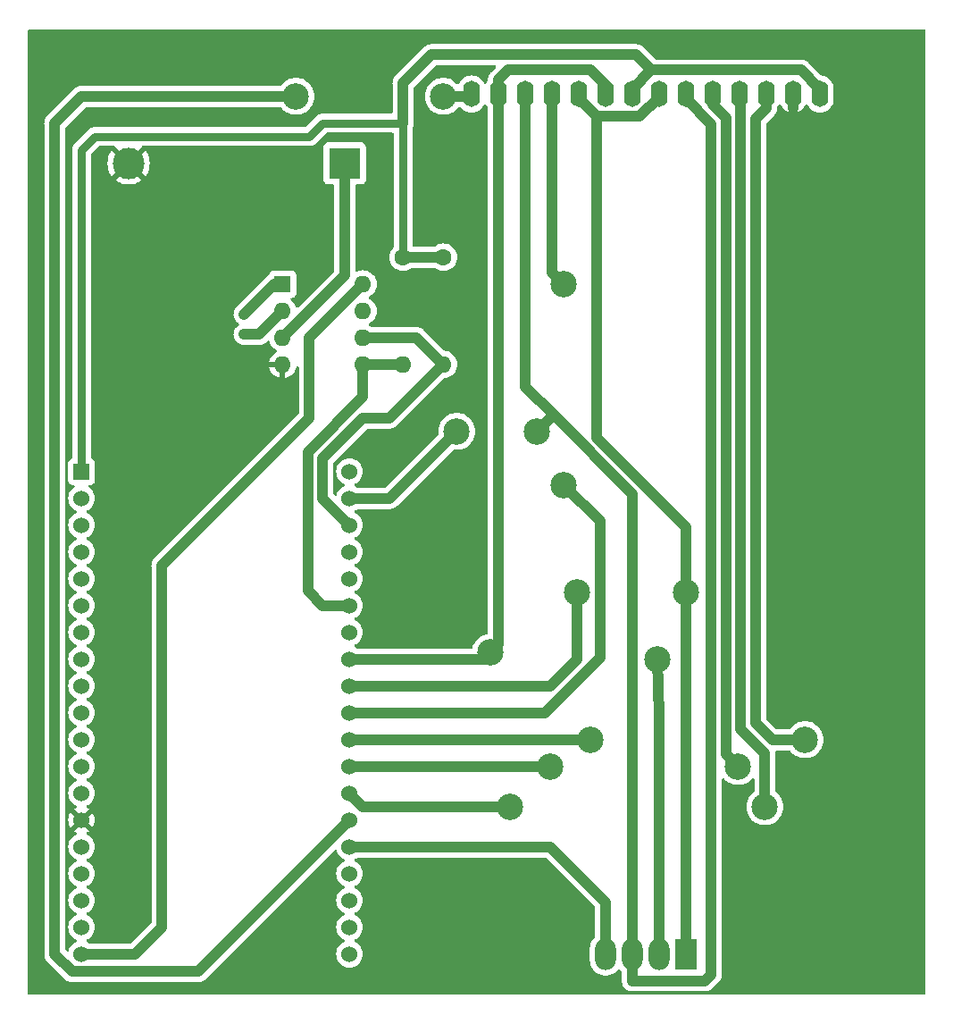
<source format=gbr>
%TF.GenerationSoftware,KiCad,Pcbnew,7.0.6*%
%TF.CreationDate,2023-08-08T10:34:27+01:00*%
%TF.ProjectId,ESP32Controller,45535033-3243-46f6-9e74-726f6c6c6572,rev?*%
%TF.SameCoordinates,Original*%
%TF.FileFunction,Copper,L2,Bot*%
%TF.FilePolarity,Positive*%
%FSLAX46Y46*%
G04 Gerber Fmt 4.6, Leading zero omitted, Abs format (unit mm)*
G04 Created by KiCad (PCBNEW 7.0.6) date 2023-08-08 10:34:27*
%MOMM*%
%LPD*%
G01*
G04 APERTURE LIST*
%TA.AperFunction,ComponentPad*%
%ADD10C,1.000000*%
%TD*%
%TA.AperFunction,ComponentPad*%
%ADD11R,3.000000X3.000000*%
%TD*%
%TA.AperFunction,ComponentPad*%
%ADD12C,3.000000*%
%TD*%
%TA.AperFunction,ComponentPad*%
%ADD13C,1.600000*%
%TD*%
%TA.AperFunction,ComponentPad*%
%ADD14O,1.600000X1.600000*%
%TD*%
%TA.AperFunction,ComponentPad*%
%ADD15R,1.530000X1.530000*%
%TD*%
%TA.AperFunction,ComponentPad*%
%ADD16C,1.530000*%
%TD*%
%TA.AperFunction,ComponentPad*%
%ADD17R,2.000000X3.000000*%
%TD*%
%TA.AperFunction,ComponentPad*%
%ADD18O,2.000000X3.000000*%
%TD*%
%TA.AperFunction,ComponentPad*%
%ADD19O,1.600000X2.500000*%
%TD*%
%TA.AperFunction,ComponentPad*%
%ADD20R,1.600000X1.600000*%
%TD*%
%TA.AperFunction,ViaPad*%
%ADD21C,2.500000*%
%TD*%
%TA.AperFunction,Conductor*%
%ADD22C,1.000000*%
%TD*%
%TA.AperFunction,Conductor*%
%ADD23C,0.800000*%
%TD*%
G04 APERTURE END LIST*
D10*
%TO.P,Y1,1,1*%
%TO.N,/X1*%
X111930000Y-68900000D03*
%TO.P,Y1,2,2*%
%TO.N,/X2*%
X111930000Y-70800000D03*
%TD*%
D11*
%TO.P,BT1,1,+*%
%TO.N,+BATT*%
X121470000Y-54610001D03*
D12*
%TO.P,BT1,2,-*%
%TO.N,GND*%
X100980000Y-54610001D03*
%TD*%
D13*
%TO.P,R1,1*%
%TO.N,+3V3*%
X127000000Y-63500000D03*
D14*
%TO.P,R1,2*%
%TO.N,/SDA*%
X127000000Y-73660000D03*
%TD*%
D15*
%TO.P,U1,1,3V3*%
%TO.N,+3V3*%
X96520000Y-83820000D03*
D16*
%TO.P,U1,2,EN*%
%TO.N,unconnected-(U1-EN-Pad2)*%
X96520000Y-86360000D03*
%TO.P,U1,3,SENSOR_VP*%
%TO.N,unconnected-(U1-SENSOR_VP-Pad3)*%
X96520000Y-88900000D03*
%TO.P,U1,4,SENSOR_VN*%
%TO.N,unconnected-(U1-SENSOR_VN-Pad4)*%
X96520000Y-91440000D03*
%TO.P,U1,5,IO34*%
%TO.N,unconnected-(U1-IO34-Pad5)*%
X96520000Y-93980000D03*
%TO.P,U1,6,IO35*%
%TO.N,unconnected-(U1-IO35-Pad6)*%
X96520000Y-96520000D03*
%TO.P,U1,7,IO32*%
%TO.N,unconnected-(U1-IO32-Pad7)*%
X96520000Y-99060000D03*
%TO.P,U1,8,IO33*%
%TO.N,unconnected-(U1-IO33-Pad8)*%
X96520000Y-101600000D03*
%TO.P,U1,9,IO25*%
%TO.N,unconnected-(U1-IO25-Pad9)*%
X96520000Y-104140000D03*
%TO.P,U1,10,IO26*%
%TO.N,unconnected-(U1-IO26-Pad10)*%
X96520000Y-106680000D03*
%TO.P,U1,11,IO27*%
%TO.N,unconnected-(U1-IO27-Pad11)*%
X96520000Y-109220000D03*
%TO.P,U1,12,IO14*%
%TO.N,unconnected-(U1-IO14-Pad12)*%
X96520000Y-111760000D03*
%TO.P,U1,13,IO12*%
%TO.N,unconnected-(U1-IO12-Pad13)*%
X96520000Y-114300000D03*
%TO.P,U1,14,GND1*%
%TO.N,GND*%
X96520000Y-116840000D03*
%TO.P,U1,15,IO13*%
%TO.N,unconnected-(U1-IO13-Pad15)*%
X96520000Y-119380000D03*
%TO.P,U1,16,SD2*%
%TO.N,unconnected-(U1-SD2-Pad16)*%
X96520000Y-121920000D03*
%TO.P,U1,17,SD3*%
%TO.N,unconnected-(U1-SD3-Pad17)*%
X96520000Y-124460000D03*
%TO.P,U1,18,CMD*%
%TO.N,unconnected-(U1-CMD-Pad18)*%
X96520000Y-127000000D03*
%TO.P,U1,19,EXT_5V*%
%TO.N,+5V*%
X96520000Y-129540000D03*
%TO.P,U1,20,CLK*%
%TO.N,unconnected-(U1-CLK-Pad20)*%
X121920000Y-129540000D03*
%TO.P,U1,21,SD0*%
%TO.N,unconnected-(U1-SD0-Pad21)*%
X121920000Y-127000000D03*
%TO.P,U1,22,SD1*%
%TO.N,unconnected-(U1-SD1-Pad22)*%
X121920000Y-124460000D03*
%TO.P,U1,23,IO15*%
%TO.N,unconnected-(U1-IO15-Pad23)*%
X121920000Y-121920000D03*
%TO.P,U1,24,IO2*%
%TO.N,/SD_CS*%
X121920000Y-119380000D03*
%TO.P,U1,25,IO0*%
%TO.N,/T_IRQ*%
X121920000Y-116840000D03*
%TO.P,U1,26,IO4*%
%TO.N,/LCD_RES*%
X121920000Y-114300000D03*
%TO.P,U1,27,IO16*%
%TO.N,/LCD_DC*%
X121920000Y-111760000D03*
%TO.P,U1,28,IO17*%
%TO.N,/LCD_CS*%
X121920000Y-109220000D03*
%TO.P,U1,29,IO5*%
%TO.N,/T_CS*%
X121920000Y-106680000D03*
%TO.P,U1,30,IO18*%
%TO.N,/CLK*%
X121920000Y-104140000D03*
%TO.P,U1,31,IO19*%
%TO.N,/MISO*%
X121920000Y-101600000D03*
%TO.P,U1,32,GND2*%
%TO.N,unconnected-(U1-GND2-Pad32)*%
X121920000Y-99060000D03*
%TO.P,U1,33,IO21*%
%TO.N,/SDA*%
X121920000Y-96520000D03*
%TO.P,U1,34,RXD0*%
%TO.N,unconnected-(U1-RXD0-Pad34)*%
X121920000Y-93980000D03*
%TO.P,U1,35,TXD0*%
%TO.N,unconnected-(U1-TXD0-Pad35)*%
X121920000Y-91440000D03*
%TO.P,U1,36,IO22*%
%TO.N,/SCL*%
X121920000Y-88900000D03*
%TO.P,U1,37,IO23*%
%TO.N,/MOSI*%
X121920000Y-86360000D03*
%TO.P,U1,38,GND3*%
%TO.N,unconnected-(U1-GND3-Pad38)*%
X121920000Y-83820000D03*
%TD*%
D17*
%TO.P,J1,1,Pin_1*%
%TO.N,/CLK*%
X153816000Y-129561000D03*
D18*
%TO.P,J1,2,Pin_2*%
%TO.N,/MISO*%
X151276000Y-129561000D03*
%TO.P,J1,3,Pin_3*%
%TO.N,/MOSI*%
X148736000Y-129561000D03*
%TO.P,J1,4,Pin_4*%
%TO.N,/SD_CS*%
X146196000Y-129561000D03*
D19*
%TO.P,J1,5,Pin_5*%
%TO.N,+3V3*%
X166516000Y-48027000D03*
%TO.P,J1,6,Pin_6*%
%TO.N,GND*%
X163976000Y-48027000D03*
%TO.P,J1,7,Pin_7*%
%TO.N,/LCD_CS*%
X161436000Y-48027000D03*
%TO.P,J1,8,Pin_8*%
%TO.N,/LCD_RES*%
X158896000Y-48027000D03*
%TO.P,J1,9,Pin_9*%
%TO.N,/LCD_DC*%
X156356000Y-48027000D03*
%TO.P,J1,10,Pin_10*%
%TO.N,/MOSI*%
X153816000Y-48027000D03*
%TO.P,J1,11,Pin_11*%
%TO.N,/CLK*%
X151276000Y-48027000D03*
%TO.P,J1,12,Pin_12*%
%TO.N,+3V3*%
X148736000Y-48027000D03*
%TO.P,J1,13,Pin_13*%
%TO.N,/MISO*%
X146196000Y-48027000D03*
%TO.P,J1,14,Pin_14*%
%TO.N,/CLK*%
X143656000Y-48027000D03*
%TO.P,J1,15,Pin_15*%
%TO.N,/T_CS*%
X141116000Y-48027000D03*
%TO.P,J1,16,Pin_16*%
%TO.N,/MOSI*%
X138576000Y-48027000D03*
%TO.P,J1,17,Pin_17*%
%TO.N,/MISO*%
X136036000Y-48027000D03*
%TO.P,J1,18,Pin_18*%
%TO.N,/T_IRQ*%
X133496000Y-48027000D03*
%TD*%
D13*
%TO.P,R2,1*%
%TO.N,+3V3*%
X130810000Y-63500000D03*
D14*
%TO.P,R2,2*%
%TO.N,/SCL*%
X130810000Y-73660000D03*
%TD*%
D20*
%TO.P,U2,1,X1*%
%TO.N,/X1*%
X115580000Y-66050000D03*
D14*
%TO.P,U2,2,X2*%
%TO.N,/X2*%
X115580000Y-68590000D03*
%TO.P,U2,3,VBAT*%
%TO.N,+BATT*%
X115580000Y-71130000D03*
%TO.P,U2,4,GND*%
%TO.N,GND*%
X115580000Y-73670000D03*
%TO.P,U2,5,SDA*%
%TO.N,/SDA*%
X123200000Y-73670000D03*
%TO.P,U2,6,SCL*%
%TO.N,/SCL*%
X123200000Y-71130000D03*
%TO.P,U2,7,SQW/OUT*%
%TO.N,unconnected-(U2-SQW{slash}OUT-Pad7)*%
X123200000Y-68590000D03*
%TO.P,U2,8,VCC*%
%TO.N,+5V*%
X123200000Y-66050000D03*
%TD*%
D21*
%TO.N,GND*%
X105410000Y-72390000D03*
X105410000Y-67310000D03*
%TO.N,/CLK*%
X143510000Y-95250000D03*
X153816000Y-95250000D03*
%TO.N,/MISO*%
X151130000Y-101600000D03*
X135255000Y-100965000D03*
%TO.N,/MOSI*%
X132080000Y-80010000D03*
X139700000Y-80010000D03*
%TO.N,/LCD_CS*%
X144780000Y-109220000D03*
X165100000Y-109220000D03*
%TO.N,/LCD_RES*%
X161290000Y-115570000D03*
X137160000Y-115570000D03*
%TO.N,/LCD_DC*%
X158750000Y-111760000D03*
X140970000Y-111760000D03*
%TO.N,/T_CS*%
X142240000Y-85090000D03*
X142240000Y-66040000D03*
%TO.N,/T_IRQ*%
X130810000Y-48260000D03*
X116840000Y-48260000D03*
%TD*%
D22*
%TO.N,+BATT*%
X115580000Y-71130000D02*
X121470000Y-65240000D01*
X121470000Y-65240000D02*
X121470000Y-54610001D01*
%TO.N,GND*%
X163976000Y-48027000D02*
X163976000Y-49384000D01*
%TO.N,/CLK*%
X145356000Y-80586000D02*
X153816000Y-89046000D01*
X153816000Y-95250000D02*
X153816000Y-129561000D01*
X143656000Y-48027000D02*
X143656000Y-48477000D01*
X140970000Y-104140000D02*
X143510000Y-101600000D01*
X149440163Y-50177000D02*
X151276000Y-48341163D01*
X145356000Y-50177000D02*
X149440163Y-50177000D01*
X145356000Y-50177000D02*
X145356000Y-80586000D01*
X143656000Y-48477000D02*
X145356000Y-50177000D01*
X121920000Y-104140000D02*
X140970000Y-104140000D01*
X143510000Y-101600000D02*
X143510000Y-95250000D01*
X153816000Y-89046000D02*
X153816000Y-95250000D01*
X151276000Y-48341163D02*
X151276000Y-48027000D01*
%TO.N,/MISO*%
X136036000Y-100184000D02*
X135255000Y-100965000D01*
X146196000Y-47136000D02*
X146196000Y-48027000D01*
X151130000Y-101600000D02*
X151276000Y-106826000D01*
X144780000Y-45720000D02*
X146196000Y-47136000D01*
X151276000Y-106826000D02*
X151276000Y-129561000D01*
X136036000Y-48027000D02*
X136036000Y-100184000D01*
X135255000Y-100965000D02*
X134620000Y-101600000D01*
X136993000Y-45720000D02*
X144780000Y-45720000D01*
X136036000Y-46677000D02*
X136993000Y-45720000D01*
X136036000Y-48027000D02*
X136036000Y-46677000D01*
X134620000Y-101600000D02*
X121920000Y-101600000D01*
%TO.N,/MOSI*%
X153816000Y-48477000D02*
X153816000Y-48027000D01*
X148736000Y-129561000D02*
X148736000Y-132061000D01*
X138576000Y-75785898D02*
X138576000Y-48027000D01*
X156210000Y-50871000D02*
X153816000Y-48477000D01*
X139700000Y-80010000D02*
X141250051Y-78459949D01*
X156210000Y-131467000D02*
X156210000Y-50871000D01*
X148736000Y-85945898D02*
X141250051Y-78459949D01*
X121920000Y-86360000D02*
X125730000Y-86360000D01*
X155616000Y-132061000D02*
X156210000Y-131467000D01*
X148736000Y-129561000D02*
X148736000Y-85945898D01*
X148736000Y-132061000D02*
X155616000Y-132061000D01*
X125730000Y-86360000D02*
X132080000Y-80010000D01*
X141250051Y-78459949D02*
X138576000Y-75785898D01*
%TO.N,/SD_CS*%
X140970000Y-119380000D02*
X121920000Y-119380000D01*
X146196000Y-129561000D02*
X146196000Y-124606000D01*
X146196000Y-124606000D02*
X140970000Y-119380000D01*
%TO.N,+3V3*%
X149079000Y-44320000D02*
X129670000Y-44320000D01*
X127000000Y-46990000D02*
X127000000Y-50800000D01*
X150536000Y-45777000D02*
X164716000Y-45777000D01*
X150536000Y-45777000D02*
X149079000Y-44320000D01*
D23*
X119380000Y-50800000D02*
X118110000Y-52070000D01*
D22*
X166516000Y-47577000D02*
X166516000Y-48027000D01*
X148736000Y-47577000D02*
X150536000Y-45777000D01*
X130810000Y-63500000D02*
X127000000Y-63500000D01*
X129670000Y-44320000D02*
X127000000Y-46990000D01*
D23*
X118110000Y-52070000D02*
X97790000Y-52070000D01*
D22*
X164716000Y-45777000D02*
X166516000Y-47577000D01*
D23*
X127000000Y-50800000D02*
X119380000Y-50800000D01*
X97790000Y-52070000D02*
X96520000Y-53340000D01*
D22*
X148736000Y-48027000D02*
X148736000Y-47577000D01*
D23*
X96520000Y-53340000D02*
X96520000Y-83820000D01*
X127000000Y-50800000D02*
X127000000Y-63500000D01*
D22*
%TO.N,/LCD_CS*%
X160410000Y-107630102D02*
X161999898Y-109220000D01*
X160410000Y-50410000D02*
X161436000Y-49384000D01*
X161436000Y-49384000D02*
X161436000Y-48027000D01*
X160410000Y-50410000D02*
X160410000Y-107630102D01*
X161999898Y-109220000D02*
X165100000Y-109220000D01*
X121920000Y-109220000D02*
X144780000Y-109220000D01*
%TO.N,/LCD_RES*%
X159010000Y-108210000D02*
X161290000Y-110490000D01*
X159010000Y-48141000D02*
X159010000Y-108210000D01*
X158896000Y-48027000D02*
X159010000Y-48141000D01*
X161290000Y-110490000D02*
X161290000Y-115570000D01*
X137160000Y-115570000D02*
X123190000Y-115570000D01*
X123190000Y-115570000D02*
X121920000Y-114300000D01*
%TO.N,/LCD_DC*%
X156356000Y-49037102D02*
X156356000Y-48027000D01*
X158750000Y-111760000D02*
X157610000Y-110620000D01*
X121920000Y-111760000D02*
X140970000Y-111760000D01*
X157610000Y-50291102D02*
X156356000Y-49037102D01*
X157610000Y-110620000D02*
X157610000Y-50291102D01*
%TO.N,/T_CS*%
X141116000Y-64916000D02*
X141116000Y-48027000D01*
X145660000Y-101429898D02*
X145660000Y-88510000D01*
X140409898Y-106680000D02*
X145660000Y-101429898D01*
X145660000Y-88510000D02*
X142240000Y-85090000D01*
X121920000Y-106680000D02*
X140409898Y-106680000D01*
X142240000Y-66040000D02*
X141116000Y-64916000D01*
%TO.N,/T_IRQ*%
X96520000Y-48260000D02*
X116840000Y-48260000D01*
X133263000Y-48260000D02*
X133496000Y-48027000D01*
X107555000Y-131205000D02*
X95645000Y-131205000D01*
X121920000Y-116840000D02*
X107555000Y-131205000D01*
X93980000Y-50800000D02*
X96520000Y-48260000D01*
X130810000Y-48260000D02*
X133263000Y-48260000D01*
X95645000Y-131205000D02*
X93980000Y-129540000D01*
X93980000Y-129540000D02*
X93980000Y-50800000D01*
%TO.N,/SDA*%
X123200000Y-73670000D02*
X123200000Y-76750101D01*
X127000000Y-73660000D02*
X123210000Y-73660000D01*
X123210000Y-73660000D02*
X123200000Y-73670000D01*
X119380000Y-96520000D02*
X121920000Y-96520000D01*
X117980000Y-95120000D02*
X119380000Y-96520000D01*
X117980000Y-81970102D02*
X117980000Y-95120000D01*
X123200000Y-76750101D02*
X117980000Y-81970102D01*
%TO.N,/SCL*%
X119380000Y-82550000D02*
X119380000Y-86360000D01*
X125730000Y-78740000D02*
X123190000Y-78740000D01*
X119380000Y-86360000D02*
X121920000Y-88900000D01*
X130810000Y-73660000D02*
X125730000Y-78740000D01*
X123200000Y-71130000D02*
X128280000Y-71130000D01*
X123190000Y-78740000D02*
X119380000Y-82550000D01*
X128280000Y-71130000D02*
X130810000Y-73660000D01*
%TO.N,+5V*%
X104140000Y-92710000D02*
X104140000Y-127000000D01*
X118110000Y-78740000D02*
X104140000Y-92710000D01*
X104140000Y-127000000D02*
X101600000Y-129540000D01*
X123200000Y-66050000D02*
X118110000Y-71140000D01*
X118110000Y-71140000D02*
X118110000Y-78740000D01*
X101600000Y-129540000D02*
X96520000Y-129540000D01*
%TO.N,/X1*%
X114780000Y-66050000D02*
X111930000Y-68900000D01*
X115580000Y-66050000D02*
X114780000Y-66050000D01*
%TO.N,/X2*%
X115580000Y-68590000D02*
X113370000Y-70800000D01*
X113370000Y-70800000D02*
X111930000Y-70800000D01*
%TD*%
%TA.AperFunction,Conductor*%
%TO.N,GND*%
G36*
X135745256Y-45340185D02*
G01*
X135791011Y-45392989D01*
X135800955Y-45462147D01*
X135771930Y-45525703D01*
X135765898Y-45532181D01*
X135337531Y-45960547D01*
X135272946Y-46021942D01*
X135237899Y-46072294D01*
X135235062Y-46076056D01*
X135196302Y-46123592D01*
X135196299Y-46123597D01*
X135180392Y-46154047D01*
X135176324Y-46160761D01*
X135156702Y-46188954D01*
X135132509Y-46245330D01*
X135130488Y-46249584D01*
X135102091Y-46303951D01*
X135102090Y-46303952D01*
X135092640Y-46336975D01*
X135090007Y-46344371D01*
X135076459Y-46375943D01*
X135064113Y-46436019D01*
X135062990Y-46440595D01*
X135046113Y-46499577D01*
X135046113Y-46499579D01*
X135043503Y-46533841D01*
X135042414Y-46541608D01*
X135037385Y-46566085D01*
X135035500Y-46575258D01*
X135035500Y-46636597D01*
X135035321Y-46641306D01*
X135030662Y-46702479D01*
X135030678Y-46703099D01*
X135030589Y-46703429D01*
X135030185Y-46708747D01*
X135029193Y-46708671D01*
X135012698Y-46770615D01*
X135008294Y-46777361D01*
X134905431Y-46924267D01*
X134878382Y-46982275D01*
X134832209Y-47034714D01*
X134765016Y-47053866D01*
X134698135Y-47033650D01*
X134653618Y-46982275D01*
X134640576Y-46954306D01*
X134626568Y-46924266D01*
X134496047Y-46737861D01*
X134496045Y-46737858D01*
X134335141Y-46576954D01*
X134148734Y-46446432D01*
X134148732Y-46446431D01*
X133942497Y-46350261D01*
X133942488Y-46350258D01*
X133722697Y-46291366D01*
X133722693Y-46291365D01*
X133722692Y-46291365D01*
X133722691Y-46291364D01*
X133722686Y-46291364D01*
X133496002Y-46271532D01*
X133495998Y-46271532D01*
X133269313Y-46291364D01*
X133269302Y-46291366D01*
X133049511Y-46350258D01*
X133049502Y-46350261D01*
X132843267Y-46446431D01*
X132843265Y-46446432D01*
X132656858Y-46576954D01*
X132495954Y-46737858D01*
X132365432Y-46924265D01*
X132365431Y-46924267D01*
X132309170Y-47044919D01*
X132262997Y-47097358D01*
X132195804Y-47116510D01*
X132128922Y-47096294D01*
X132099840Y-47069825D01*
X132096805Y-47066019D01*
X132079052Y-47049547D01*
X131904479Y-46887567D01*
X131687704Y-46739772D01*
X131687700Y-46739770D01*
X131687697Y-46739768D01*
X131687696Y-46739767D01*
X131451325Y-46625938D01*
X131451327Y-46625938D01*
X131200623Y-46548606D01*
X131200619Y-46548605D01*
X131200615Y-46548604D01*
X131075823Y-46529794D01*
X130941187Y-46509500D01*
X130941182Y-46509500D01*
X130678818Y-46509500D01*
X130678812Y-46509500D01*
X130517329Y-46533841D01*
X130419385Y-46548604D01*
X130419381Y-46548605D01*
X130419382Y-46548605D01*
X130419376Y-46548606D01*
X130168673Y-46625938D01*
X129932303Y-46739767D01*
X129932302Y-46739768D01*
X129715520Y-46887567D01*
X129523198Y-47066014D01*
X129359614Y-47271143D01*
X129228432Y-47498356D01*
X129132582Y-47742578D01*
X129132576Y-47742597D01*
X129074197Y-47998374D01*
X129074196Y-47998379D01*
X129054592Y-48259995D01*
X129054592Y-48260004D01*
X129074196Y-48521620D01*
X129074197Y-48521625D01*
X129132576Y-48777402D01*
X129132578Y-48777411D01*
X129132580Y-48777416D01*
X129228432Y-49021643D01*
X129359614Y-49248857D01*
X129491736Y-49414533D01*
X129523198Y-49453985D01*
X129688255Y-49607134D01*
X129715521Y-49632433D01*
X129932296Y-49780228D01*
X129932301Y-49780230D01*
X129932302Y-49780231D01*
X129932303Y-49780232D01*
X130008469Y-49816911D01*
X130168673Y-49894061D01*
X130168674Y-49894061D01*
X130168677Y-49894063D01*
X130419385Y-49971396D01*
X130678818Y-50010500D01*
X130941182Y-50010500D01*
X131200615Y-49971396D01*
X131451323Y-49894063D01*
X131660165Y-49793490D01*
X131687696Y-49780232D01*
X131687696Y-49780231D01*
X131687704Y-49780228D01*
X131904479Y-49632433D01*
X132096805Y-49453981D01*
X132213869Y-49307186D01*
X132271057Y-49267047D01*
X132310816Y-49260500D01*
X132392444Y-49260500D01*
X132459483Y-49280185D01*
X132494021Y-49313380D01*
X132495954Y-49316141D01*
X132656858Y-49477045D01*
X132656861Y-49477047D01*
X132843266Y-49607568D01*
X133049504Y-49703739D01*
X133049509Y-49703740D01*
X133049511Y-49703741D01*
X133102415Y-49717916D01*
X133269308Y-49762635D01*
X133431230Y-49776801D01*
X133495998Y-49782468D01*
X133496000Y-49782468D01*
X133496002Y-49782468D01*
X133552673Y-49777509D01*
X133722692Y-49762635D01*
X133942496Y-49703739D01*
X134148734Y-49607568D01*
X134335139Y-49477047D01*
X134496047Y-49316139D01*
X134626568Y-49129734D01*
X134653618Y-49071724D01*
X134699790Y-49019285D01*
X134766983Y-49000133D01*
X134833865Y-49020348D01*
X134878381Y-49071724D01*
X134905432Y-49129734D01*
X134988841Y-49248856D01*
X135013075Y-49283465D01*
X135035402Y-49349671D01*
X135035500Y-49354588D01*
X135035500Y-99121101D01*
X135015815Y-99188140D01*
X134963011Y-99233895D01*
X134929984Y-99243716D01*
X134879273Y-99251359D01*
X134864385Y-99253604D01*
X134864384Y-99253604D01*
X134864379Y-99253605D01*
X134864376Y-99253606D01*
X134613673Y-99330938D01*
X134377303Y-99444767D01*
X134377302Y-99444768D01*
X134160520Y-99592567D01*
X133968198Y-99771014D01*
X133804614Y-99976143D01*
X133673432Y-100203356D01*
X133577582Y-100447578D01*
X133577577Y-100447595D01*
X133564910Y-100503093D01*
X133530801Y-100564071D01*
X133469140Y-100596929D01*
X133444019Y-100599500D01*
X122736568Y-100599500D01*
X122669529Y-100579815D01*
X122665445Y-100577075D01*
X122555171Y-100499860D01*
X122555163Y-100499856D01*
X122474857Y-100462409D01*
X122431907Y-100442381D01*
X122379468Y-100396210D01*
X122360316Y-100329017D01*
X122380531Y-100262136D01*
X122431908Y-100217618D01*
X122462493Y-100203356D01*
X122555167Y-100160142D01*
X122736555Y-100033132D01*
X122893132Y-99876555D01*
X123020142Y-99695167D01*
X123113723Y-99494480D01*
X123171035Y-99280591D01*
X123190334Y-99060000D01*
X123171035Y-98839409D01*
X123113723Y-98625520D01*
X123020142Y-98424833D01*
X122893132Y-98243445D01*
X122736555Y-98086868D01*
X122555167Y-97959858D01*
X122431907Y-97902381D01*
X122379468Y-97856210D01*
X122360316Y-97789017D01*
X122380531Y-97722136D01*
X122431908Y-97677618D01*
X122555167Y-97620142D01*
X122736555Y-97493132D01*
X122893132Y-97336555D01*
X123020142Y-97155167D01*
X123113723Y-96954480D01*
X123171035Y-96740591D01*
X123187577Y-96551513D01*
X123190334Y-96520001D01*
X123190334Y-96519998D01*
X123171035Y-96299414D01*
X123171035Y-96299409D01*
X123113723Y-96085520D01*
X123020142Y-95884833D01*
X122893132Y-95703445D01*
X122736555Y-95546868D01*
X122555167Y-95419858D01*
X122431907Y-95362381D01*
X122379468Y-95316210D01*
X122360316Y-95249017D01*
X122380531Y-95182136D01*
X122431908Y-95137618D01*
X122555167Y-95080142D01*
X122736555Y-94953132D01*
X122893132Y-94796555D01*
X123020142Y-94615167D01*
X123113723Y-94414480D01*
X123171035Y-94200591D01*
X123190334Y-93980000D01*
X123188733Y-93961706D01*
X123175898Y-93814995D01*
X123171035Y-93759409D01*
X123113723Y-93545520D01*
X123020142Y-93344833D01*
X122893132Y-93163445D01*
X122736555Y-93006868D01*
X122555167Y-92879858D01*
X122555168Y-92879858D01*
X122555166Y-92879857D01*
X122431907Y-92822381D01*
X122379468Y-92776209D01*
X122360316Y-92709015D01*
X122380532Y-92642134D01*
X122431904Y-92597619D01*
X122555167Y-92540142D01*
X122736555Y-92413132D01*
X122893132Y-92256555D01*
X123020142Y-92075167D01*
X123113723Y-91874480D01*
X123171035Y-91660591D01*
X123190334Y-91440000D01*
X123171035Y-91219409D01*
X123113723Y-91005520D01*
X123020142Y-90804833D01*
X122893132Y-90623445D01*
X122736555Y-90466868D01*
X122555167Y-90339858D01*
X122431907Y-90282381D01*
X122379468Y-90236210D01*
X122360316Y-90169017D01*
X122380531Y-90102136D01*
X122431908Y-90057618D01*
X122555167Y-90000142D01*
X122736555Y-89873132D01*
X122893132Y-89716555D01*
X123020142Y-89535167D01*
X123113723Y-89334480D01*
X123171035Y-89120591D01*
X123190334Y-88900000D01*
X123171035Y-88679409D01*
X123113723Y-88465520D01*
X123098855Y-88433636D01*
X123066223Y-88363655D01*
X123020142Y-88264833D01*
X122893132Y-88083445D01*
X122736555Y-87926868D01*
X122555167Y-87799858D01*
X122431907Y-87742381D01*
X122379468Y-87696210D01*
X122360316Y-87629017D01*
X122380531Y-87562136D01*
X122431908Y-87517618D01*
X122555167Y-87460142D01*
X122577807Y-87444289D01*
X122665445Y-87382925D01*
X122731651Y-87360598D01*
X122736568Y-87360500D01*
X125717284Y-87360500D01*
X125806358Y-87362757D01*
X125806358Y-87362756D01*
X125806363Y-87362757D01*
X125866753Y-87351932D01*
X125871412Y-87351280D01*
X125913607Y-87346988D01*
X125932438Y-87345074D01*
X125965227Y-87334786D01*
X125972840Y-87332918D01*
X126006653Y-87326858D01*
X126063621Y-87304101D01*
X126068053Y-87302524D01*
X126126588Y-87284159D01*
X126156627Y-87267484D01*
X126163708Y-87264122D01*
X126195617Y-87251377D01*
X126246854Y-87217608D01*
X126250851Y-87215187D01*
X126304502Y-87185409D01*
X126330568Y-87163030D01*
X126336843Y-87158300D01*
X126365519Y-87139402D01*
X126408892Y-87096027D01*
X126412350Y-87092823D01*
X126415613Y-87090020D01*
X126458895Y-87052866D01*
X126479928Y-87025691D01*
X126485098Y-87019821D01*
X131726930Y-81777988D01*
X131788251Y-81744505D01*
X131833090Y-81743056D01*
X131948818Y-81760500D01*
X131948824Y-81760500D01*
X132211182Y-81760500D01*
X132470615Y-81721396D01*
X132721323Y-81644063D01*
X132957704Y-81530228D01*
X133174479Y-81382433D01*
X133366805Y-81203981D01*
X133530386Y-80998857D01*
X133661568Y-80771643D01*
X133757420Y-80527416D01*
X133815802Y-80271630D01*
X133815803Y-80271620D01*
X133835408Y-80010004D01*
X133835408Y-80009995D01*
X133815803Y-79748379D01*
X133815802Y-79748374D01*
X133815802Y-79748370D01*
X133757420Y-79492584D01*
X133661568Y-79248357D01*
X133530386Y-79021143D01*
X133366805Y-78816019D01*
X133366804Y-78816018D01*
X133366801Y-78816014D01*
X133174479Y-78637567D01*
X133174479Y-78637566D01*
X132957704Y-78489772D01*
X132957700Y-78489770D01*
X132957697Y-78489768D01*
X132957696Y-78489767D01*
X132721325Y-78375938D01*
X132721327Y-78375938D01*
X132470623Y-78298606D01*
X132470619Y-78298605D01*
X132470615Y-78298604D01*
X132345823Y-78279794D01*
X132211187Y-78259500D01*
X132211182Y-78259500D01*
X131948818Y-78259500D01*
X131948812Y-78259500D01*
X131787247Y-78283853D01*
X131689385Y-78298604D01*
X131689381Y-78298605D01*
X131689382Y-78298605D01*
X131689376Y-78298606D01*
X131438673Y-78375938D01*
X131202303Y-78489767D01*
X131202302Y-78489768D01*
X130985520Y-78637567D01*
X130793198Y-78816014D01*
X130629614Y-79021143D01*
X130498432Y-79248356D01*
X130402582Y-79492578D01*
X130402576Y-79492597D01*
X130344197Y-79748374D01*
X130344196Y-79748379D01*
X130324592Y-80009995D01*
X130324592Y-80010004D01*
X130344077Y-80270025D01*
X130329457Y-80338348D01*
X130308105Y-80366972D01*
X125351899Y-85323181D01*
X125290576Y-85356666D01*
X125264218Y-85359500D01*
X122736568Y-85359500D01*
X122669529Y-85339815D01*
X122665445Y-85337075D01*
X122555171Y-85259860D01*
X122555163Y-85259856D01*
X122431908Y-85202382D01*
X122379468Y-85156210D01*
X122360316Y-85089017D01*
X122380531Y-85022136D01*
X122431908Y-84977618D01*
X122555167Y-84920142D01*
X122736555Y-84793132D01*
X122893132Y-84636555D01*
X123020142Y-84455167D01*
X123113723Y-84254480D01*
X123171035Y-84040591D01*
X123190334Y-83820000D01*
X123171035Y-83599409D01*
X123113723Y-83385520D01*
X123020142Y-83184833D01*
X122893132Y-83003445D01*
X122736555Y-82846868D01*
X122555167Y-82719858D01*
X122555163Y-82719856D01*
X122354486Y-82626279D01*
X122354475Y-82626275D01*
X122140592Y-82568965D01*
X122140585Y-82568964D01*
X121920002Y-82549666D01*
X121919998Y-82549666D01*
X121699414Y-82568964D01*
X121699407Y-82568965D01*
X121485524Y-82626275D01*
X121485513Y-82626279D01*
X121284836Y-82719856D01*
X121284834Y-82719857D01*
X121103444Y-82846868D01*
X120946868Y-83003444D01*
X120819857Y-83184834D01*
X120819856Y-83184836D01*
X120726279Y-83385513D01*
X120726275Y-83385524D01*
X120668965Y-83599407D01*
X120668964Y-83599414D01*
X120649666Y-83819998D01*
X120649666Y-83820001D01*
X120668964Y-84040585D01*
X120668965Y-84040592D01*
X120726275Y-84254475D01*
X120726279Y-84254486D01*
X120760726Y-84328357D01*
X120819858Y-84455167D01*
X120946868Y-84636555D01*
X121103445Y-84793132D01*
X121284833Y-84920142D01*
X121332875Y-84942544D01*
X121408091Y-84977618D01*
X121460531Y-85023790D01*
X121479683Y-85090983D01*
X121459467Y-85157865D01*
X121408091Y-85202382D01*
X121284836Y-85259856D01*
X121284834Y-85259857D01*
X121103444Y-85386868D01*
X120946868Y-85543444D01*
X120819857Y-85724834D01*
X120819856Y-85724836D01*
X120726279Y-85925513D01*
X120726272Y-85925533D01*
X120704552Y-86006591D01*
X120668187Y-86066251D01*
X120605339Y-86096779D01*
X120535964Y-86088484D01*
X120497098Y-86062178D01*
X120416816Y-85981896D01*
X120383333Y-85920575D01*
X120380500Y-85894226D01*
X120380500Y-83015782D01*
X120400185Y-82948744D01*
X120416819Y-82928102D01*
X123568102Y-79776819D01*
X123629425Y-79743334D01*
X123655783Y-79740500D01*
X125717284Y-79740500D01*
X125806358Y-79742757D01*
X125806358Y-79742756D01*
X125806363Y-79742757D01*
X125866753Y-79731932D01*
X125871412Y-79731280D01*
X125913607Y-79726988D01*
X125932438Y-79725074D01*
X125965227Y-79714786D01*
X125972840Y-79712918D01*
X126006653Y-79706858D01*
X126063621Y-79684101D01*
X126068053Y-79682524D01*
X126126588Y-79664159D01*
X126156627Y-79647484D01*
X126163708Y-79644122D01*
X126195617Y-79631377D01*
X126246854Y-79597608D01*
X126250851Y-79595187D01*
X126304502Y-79565409D01*
X126330568Y-79543030D01*
X126336843Y-79538300D01*
X126365519Y-79519402D01*
X126408892Y-79476027D01*
X126412350Y-79472823D01*
X126431442Y-79456433D01*
X126458895Y-79432866D01*
X126479928Y-79405691D01*
X126485098Y-79399821D01*
X130898034Y-74986885D01*
X130959355Y-74953402D01*
X130974900Y-74951041D01*
X131036692Y-74945635D01*
X131256496Y-74886739D01*
X131462734Y-74790568D01*
X131649139Y-74660047D01*
X131810047Y-74499139D01*
X131940568Y-74312734D01*
X132036739Y-74106496D01*
X132095635Y-73886692D01*
X132115468Y-73660000D01*
X132095635Y-73433308D01*
X132039420Y-73223511D01*
X132036741Y-73213511D01*
X132036738Y-73213502D01*
X131945348Y-73017517D01*
X131940568Y-73007266D01*
X131810047Y-72820861D01*
X131810045Y-72820858D01*
X131649141Y-72659954D01*
X131462734Y-72529432D01*
X131462732Y-72529431D01*
X131256497Y-72433261D01*
X131256488Y-72433258D01*
X131036697Y-72374366D01*
X131036688Y-72374364D01*
X130974903Y-72368958D01*
X130909835Y-72343504D01*
X130898032Y-72333111D01*
X128996452Y-70431531D01*
X128935064Y-70366951D01*
X128935060Y-70366948D01*
X128935059Y-70366947D01*
X128901741Y-70343757D01*
X128884709Y-70331902D01*
X128880946Y-70329064D01*
X128833413Y-70290305D01*
X128833406Y-70290300D01*
X128802959Y-70274397D01*
X128796251Y-70270334D01*
X128768049Y-70250705D01*
X128768046Y-70250703D01*
X128768045Y-70250703D01*
X128768041Y-70250701D01*
X128711680Y-70226514D01*
X128707424Y-70224493D01*
X128653057Y-70196094D01*
X128653050Y-70196091D01*
X128653049Y-70196091D01*
X128647008Y-70194362D01*
X128620030Y-70186642D01*
X128612630Y-70184008D01*
X128581057Y-70170459D01*
X128581058Y-70170459D01*
X128520966Y-70158109D01*
X128516391Y-70156986D01*
X128457420Y-70140113D01*
X128457425Y-70140113D01*
X128423158Y-70137503D01*
X128415380Y-70136412D01*
X128381742Y-70129500D01*
X128381741Y-70129500D01*
X128320402Y-70129500D01*
X128315695Y-70129321D01*
X128310121Y-70128896D01*
X128254524Y-70124662D01*
X128234589Y-70127201D01*
X128220440Y-70129003D01*
X128212611Y-70129500D01*
X124077588Y-70129500D01*
X124010549Y-70109815D01*
X124006465Y-70107075D01*
X124003217Y-70104801D01*
X123852734Y-69999432D01*
X123794724Y-69972381D01*
X123742285Y-69926210D01*
X123723133Y-69859017D01*
X123743348Y-69792135D01*
X123794725Y-69747618D01*
X123852734Y-69720568D01*
X124039139Y-69590047D01*
X124200047Y-69429139D01*
X124330568Y-69242734D01*
X124426739Y-69036496D01*
X124485635Y-68816692D01*
X124505468Y-68590000D01*
X124485635Y-68363308D01*
X124429987Y-68155627D01*
X124426741Y-68143511D01*
X124426738Y-68143502D01*
X124330568Y-67937267D01*
X124330567Y-67937265D01*
X124200045Y-67750858D01*
X124039141Y-67589954D01*
X123852734Y-67459432D01*
X123852728Y-67459429D01*
X123794725Y-67432382D01*
X123742285Y-67386210D01*
X123723133Y-67319017D01*
X123743348Y-67252135D01*
X123794725Y-67207618D01*
X123852734Y-67180568D01*
X124039139Y-67050047D01*
X124200047Y-66889139D01*
X124330568Y-66702734D01*
X124426739Y-66496496D01*
X124485635Y-66276692D01*
X124505468Y-66050000D01*
X124504593Y-66040004D01*
X124485635Y-65823313D01*
X124485635Y-65823308D01*
X124426739Y-65603504D01*
X124330568Y-65397266D01*
X124228639Y-65251695D01*
X124200045Y-65210858D01*
X124039141Y-65049954D01*
X123852734Y-64919432D01*
X123852732Y-64919431D01*
X123646497Y-64823261D01*
X123646488Y-64823258D01*
X123426697Y-64764366D01*
X123426693Y-64764365D01*
X123426692Y-64764365D01*
X123426691Y-64764364D01*
X123426686Y-64764364D01*
X123200002Y-64744532D01*
X123199998Y-64744532D01*
X122973313Y-64764364D01*
X122973302Y-64764366D01*
X122753511Y-64823258D01*
X122753502Y-64823262D01*
X122646905Y-64872969D01*
X122577827Y-64883461D01*
X122514043Y-64854941D01*
X122475804Y-64796465D01*
X122470500Y-64760587D01*
X122470500Y-56734500D01*
X122490185Y-56667461D01*
X122542989Y-56621706D01*
X122594500Y-56610500D01*
X123017871Y-56610500D01*
X123017872Y-56610500D01*
X123077483Y-56604092D01*
X123212331Y-56553797D01*
X123327546Y-56467547D01*
X123413796Y-56352332D01*
X123464091Y-56217484D01*
X123470500Y-56157874D01*
X123470499Y-53062129D01*
X123464091Y-53002518D01*
X123453536Y-52974219D01*
X123413797Y-52867672D01*
X123413793Y-52867665D01*
X123327547Y-52752456D01*
X123327544Y-52752453D01*
X123212335Y-52666207D01*
X123212328Y-52666203D01*
X123077482Y-52615909D01*
X123077483Y-52615909D01*
X123017883Y-52609502D01*
X123017881Y-52609501D01*
X123017873Y-52609501D01*
X123017864Y-52609501D01*
X119922129Y-52609501D01*
X119922123Y-52609502D01*
X119862516Y-52615909D01*
X119727671Y-52666203D01*
X119727664Y-52666207D01*
X119612455Y-52752453D01*
X119612452Y-52752456D01*
X119526206Y-52867665D01*
X119526202Y-52867672D01*
X119475908Y-53002518D01*
X119469501Y-53062117D01*
X119469501Y-53062124D01*
X119469500Y-53062136D01*
X119469500Y-56157871D01*
X119469501Y-56157877D01*
X119475908Y-56217484D01*
X119526202Y-56352329D01*
X119526206Y-56352336D01*
X119612452Y-56467545D01*
X119612455Y-56467548D01*
X119727664Y-56553794D01*
X119727671Y-56553798D01*
X119772618Y-56570562D01*
X119862517Y-56604092D01*
X119922127Y-56610501D01*
X120345500Y-56610500D01*
X120412539Y-56630184D01*
X120458294Y-56682988D01*
X120469500Y-56734500D01*
X120469500Y-64774216D01*
X120449815Y-64841255D01*
X120433181Y-64861897D01*
X117031479Y-68263598D01*
X116970156Y-68297083D01*
X116900464Y-68292099D01*
X116844531Y-68250227D01*
X116824023Y-68208009D01*
X116806742Y-68143513D01*
X116806738Y-68143502D01*
X116710568Y-67937267D01*
X116710567Y-67937265D01*
X116580045Y-67750858D01*
X116419143Y-67589956D01*
X116394536Y-67572726D01*
X116350912Y-67518149D01*
X116343719Y-67448650D01*
X116375241Y-67386296D01*
X116435471Y-67350882D01*
X116452404Y-67347861D01*
X116487483Y-67344091D01*
X116622331Y-67293796D01*
X116737546Y-67207546D01*
X116823796Y-67092331D01*
X116874091Y-66957483D01*
X116880500Y-66897873D01*
X116880499Y-65202128D01*
X116874091Y-65142517D01*
X116865112Y-65118444D01*
X116823797Y-65007671D01*
X116823793Y-65007664D01*
X116737547Y-64892455D01*
X116737544Y-64892452D01*
X116622335Y-64806206D01*
X116622328Y-64806202D01*
X116487482Y-64755908D01*
X116487483Y-64755908D01*
X116427883Y-64749501D01*
X116427881Y-64749500D01*
X116427873Y-64749500D01*
X116427864Y-64749500D01*
X114732129Y-64749500D01*
X114732123Y-64749501D01*
X114672516Y-64755908D01*
X114537671Y-64806202D01*
X114537664Y-64806206D01*
X114422455Y-64892452D01*
X114422452Y-64892455D01*
X114336206Y-65007664D01*
X114336201Y-65007673D01*
X114284291Y-65146855D01*
X114242420Y-65202789D01*
X114228288Y-65211941D01*
X114205502Y-65224588D01*
X114205499Y-65224590D01*
X114179427Y-65246970D01*
X114173160Y-65251695D01*
X114144482Y-65270598D01*
X114144475Y-65270603D01*
X114101116Y-65313962D01*
X114097661Y-65317164D01*
X114051106Y-65357132D01*
X114051105Y-65357133D01*
X114030076Y-65384300D01*
X114024884Y-65390194D01*
X111259451Y-68155627D01*
X111254941Y-68159715D01*
X111219119Y-68189114D01*
X111189794Y-68224845D01*
X111187886Y-68227062D01*
X111186658Y-68228421D01*
X111155547Y-68266576D01*
X111094080Y-68341472D01*
X111093912Y-68341725D01*
X111090441Y-68346421D01*
X111090309Y-68346582D01*
X111090297Y-68346600D01*
X111045379Y-68432591D01*
X111001184Y-68515276D01*
X110998382Y-68522038D01*
X110996115Y-68526891D01*
X110996091Y-68526950D01*
X110970275Y-68617173D01*
X110943976Y-68703865D01*
X110942788Y-68709837D01*
X110942552Y-68709790D01*
X110940125Y-68722514D01*
X110940112Y-68722587D01*
X110933228Y-68812989D01*
X110924659Y-68899999D01*
X110924659Y-68900005D01*
X110924694Y-68900361D01*
X110924933Y-68921923D01*
X110924662Y-68925472D01*
X110935715Y-69012260D01*
X110943976Y-69096131D01*
X110943977Y-69096137D01*
X110945125Y-69099923D01*
X110949463Y-69120220D01*
X110950368Y-69127324D01*
X110950368Y-69127325D01*
X110977644Y-69207122D01*
X111001185Y-69284726D01*
X111001188Y-69284733D01*
X111004735Y-69291369D01*
X111012708Y-69309705D01*
X111016183Y-69319872D01*
X111057351Y-69389805D01*
X111094089Y-69458536D01*
X111094092Y-69458540D01*
X111101143Y-69467133D01*
X111112143Y-69482884D01*
X111119409Y-69495226D01*
X111170695Y-69551991D01*
X111172609Y-69554213D01*
X111207590Y-69596837D01*
X111219118Y-69610884D01*
X111230473Y-69620203D01*
X111243815Y-69632926D01*
X111255816Y-69646209D01*
X111255820Y-69646212D01*
X111255821Y-69646213D01*
X111314774Y-69689503D01*
X111317402Y-69691544D01*
X111371460Y-69735909D01*
X111371464Y-69735911D01*
X111380317Y-69740644D01*
X111430160Y-69789608D01*
X111445618Y-69857746D01*
X111421784Y-69923425D01*
X111380317Y-69959356D01*
X111371465Y-69964087D01*
X111366402Y-69967471D01*
X111366268Y-69967270D01*
X111355566Y-69974542D01*
X111355504Y-69974586D01*
X111286694Y-70033656D01*
X111219118Y-70089114D01*
X111219109Y-70089123D01*
X111218864Y-70089423D01*
X111203821Y-70104801D01*
X111201111Y-70107128D01*
X111201106Y-70107132D01*
X111147545Y-70176326D01*
X111094094Y-70241455D01*
X111094085Y-70241469D01*
X111092224Y-70244951D01*
X111080937Y-70262374D01*
X111076555Y-70268035D01*
X111076554Y-70268037D01*
X111039412Y-70343757D01*
X111001184Y-70415275D01*
X110998998Y-70422483D01*
X110991672Y-70441079D01*
X110986943Y-70450721D01*
X110986939Y-70450731D01*
X110966599Y-70529288D01*
X110943976Y-70603866D01*
X110942885Y-70614938D01*
X110939527Y-70633848D01*
X110935937Y-70647715D01*
X110932060Y-70724123D01*
X110931841Y-70727057D01*
X110924658Y-70799995D01*
X110924659Y-70800003D01*
X110926099Y-70814630D01*
X110926537Y-70833053D01*
X110925631Y-70850936D01*
X110933653Y-70903302D01*
X110936703Y-70923214D01*
X110937119Y-70926524D01*
X110943975Y-70996131D01*
X110949282Y-71013626D01*
X110953189Y-71030831D01*
X110956443Y-71052068D01*
X110956445Y-71052075D01*
X110980670Y-71117483D01*
X110981860Y-71121019D01*
X111001186Y-71184728D01*
X111013478Y-71207724D01*
X111016943Y-71215426D01*
X111021832Y-71228627D01*
X111027114Y-71242887D01*
X111027115Y-71242888D01*
X111027116Y-71242892D01*
X111041623Y-71266165D01*
X111062243Y-71299247D01*
X111064299Y-71302806D01*
X111094090Y-71358538D01*
X111112776Y-71381308D01*
X111117469Y-71387850D01*
X111134748Y-71415571D01*
X111178194Y-71461276D01*
X111181172Y-71464647D01*
X111219117Y-71510883D01*
X111244502Y-71531717D01*
X111250093Y-71536914D01*
X111274941Y-71563053D01*
X111323918Y-71597143D01*
X111327810Y-71600086D01*
X111371462Y-71635910D01*
X111403399Y-71652980D01*
X111409585Y-71656767D01*
X111429563Y-71670673D01*
X111441950Y-71679295D01*
X111441952Y-71679296D01*
X111493683Y-71701495D01*
X111498446Y-71703784D01*
X111545273Y-71728814D01*
X111583166Y-71740308D01*
X111589599Y-71742656D01*
X111628942Y-71759540D01*
X111680776Y-71770192D01*
X111686296Y-71771593D01*
X111733868Y-71786024D01*
X111776644Y-71790236D01*
X111783026Y-71791204D01*
X111797700Y-71794219D01*
X111828256Y-71800500D01*
X111828259Y-71800500D01*
X111877800Y-71800500D01*
X111883881Y-71800799D01*
X111893930Y-71801788D01*
X111930000Y-71805341D01*
X111966069Y-71801788D01*
X111976119Y-71800799D01*
X111982200Y-71800500D01*
X113357284Y-71800500D01*
X113446358Y-71802757D01*
X113446358Y-71802756D01*
X113446363Y-71802757D01*
X113506753Y-71791932D01*
X113511412Y-71791280D01*
X113553607Y-71786988D01*
X113572438Y-71785074D01*
X113605227Y-71774786D01*
X113612840Y-71772918D01*
X113646653Y-71766858D01*
X113703621Y-71744101D01*
X113708053Y-71742524D01*
X113766588Y-71724159D01*
X113796627Y-71707484D01*
X113803708Y-71704122D01*
X113835617Y-71691377D01*
X113886854Y-71657608D01*
X113890851Y-71655187D01*
X113944502Y-71625409D01*
X113970568Y-71603030D01*
X113976843Y-71598300D01*
X114005519Y-71579402D01*
X114048892Y-71536027D01*
X114052350Y-71532823D01*
X114069499Y-71518101D01*
X114098895Y-71492866D01*
X114119928Y-71465691D01*
X114125098Y-71459821D01*
X114128521Y-71456398D01*
X114189842Y-71422915D01*
X114259534Y-71427899D01*
X114315467Y-71469771D01*
X114335974Y-71511986D01*
X114353256Y-71576482D01*
X114353261Y-71576497D01*
X114449431Y-71782732D01*
X114449432Y-71782734D01*
X114579954Y-71969141D01*
X114740858Y-72130045D01*
X114740861Y-72130047D01*
X114927266Y-72260568D01*
X114985865Y-72287893D01*
X115038305Y-72334065D01*
X115057457Y-72401258D01*
X115037242Y-72468139D01*
X114985867Y-72512657D01*
X114927515Y-72539867D01*
X114741179Y-72670342D01*
X114580342Y-72831179D01*
X114449865Y-73017517D01*
X114353734Y-73223673D01*
X114353730Y-73223682D01*
X114301127Y-73419999D01*
X114301128Y-73420000D01*
X115264314Y-73420000D01*
X115252359Y-73431955D01*
X115194835Y-73544852D01*
X115175014Y-73670000D01*
X115194835Y-73795148D01*
X115252359Y-73908045D01*
X115264314Y-73920000D01*
X114301128Y-73920000D01*
X114353730Y-74116317D01*
X114353734Y-74116326D01*
X114449865Y-74322482D01*
X114580342Y-74508820D01*
X114741179Y-74669657D01*
X114927517Y-74800134D01*
X115133673Y-74896265D01*
X115133682Y-74896269D01*
X115329999Y-74948872D01*
X115329999Y-74948871D01*
X115329999Y-73985685D01*
X115341955Y-73997641D01*
X115454852Y-74055165D01*
X115548519Y-74070000D01*
X115611481Y-74070000D01*
X115705148Y-74055165D01*
X115818045Y-73997641D01*
X115830000Y-73985686D01*
X115830000Y-74948872D01*
X116026317Y-74896269D01*
X116026326Y-74896265D01*
X116232482Y-74800134D01*
X116418820Y-74669657D01*
X116579657Y-74508820D01*
X116710134Y-74322482D01*
X116806265Y-74116326D01*
X116806269Y-74116317D01*
X116865725Y-73894425D01*
X116902090Y-73834764D01*
X116964937Y-73804235D01*
X117034312Y-73812530D01*
X117088190Y-73857015D01*
X117109465Y-73923567D01*
X117109500Y-73926518D01*
X117109500Y-78274216D01*
X117089815Y-78341255D01*
X117073181Y-78361897D01*
X103441532Y-91993546D01*
X103376946Y-92054942D01*
X103341899Y-92105294D01*
X103339062Y-92109056D01*
X103300302Y-92156592D01*
X103300299Y-92156597D01*
X103284392Y-92187047D01*
X103280324Y-92193761D01*
X103260702Y-92221954D01*
X103236509Y-92278330D01*
X103234488Y-92282584D01*
X103206091Y-92336951D01*
X103206090Y-92336952D01*
X103196640Y-92369975D01*
X103194007Y-92377371D01*
X103180459Y-92408943D01*
X103168113Y-92469019D01*
X103166990Y-92473595D01*
X103150113Y-92532577D01*
X103150113Y-92532579D01*
X103147503Y-92566841D01*
X103146414Y-92574608D01*
X103141687Y-92597616D01*
X103139500Y-92608258D01*
X103139500Y-92669597D01*
X103139321Y-92674306D01*
X103134662Y-92735474D01*
X103136707Y-92751527D01*
X103139003Y-92769560D01*
X103139500Y-92777388D01*
X103139500Y-126534217D01*
X103119815Y-126601256D01*
X103103181Y-126621898D01*
X101221899Y-128503181D01*
X101160576Y-128536666D01*
X101134218Y-128539500D01*
X97336568Y-128539500D01*
X97269529Y-128519815D01*
X97265445Y-128517075D01*
X97155171Y-128439860D01*
X97155163Y-128439856D01*
X97031908Y-128382382D01*
X96979468Y-128336210D01*
X96960316Y-128269017D01*
X96980531Y-128202136D01*
X97031908Y-128157618D01*
X97077807Y-128136215D01*
X97155167Y-128100142D01*
X97336555Y-127973132D01*
X97493132Y-127816555D01*
X97620142Y-127635167D01*
X97713723Y-127434480D01*
X97771035Y-127220591D01*
X97790334Y-127000000D01*
X97771035Y-126779409D01*
X97713723Y-126565520D01*
X97620142Y-126364833D01*
X97493132Y-126183445D01*
X97336555Y-126026868D01*
X97155167Y-125899858D01*
X97031907Y-125842381D01*
X96979468Y-125796210D01*
X96960316Y-125729017D01*
X96980531Y-125662136D01*
X97031908Y-125617618D01*
X97155167Y-125560142D01*
X97336555Y-125433132D01*
X97493132Y-125276555D01*
X97620142Y-125095167D01*
X97713723Y-124894480D01*
X97771035Y-124680591D01*
X97790334Y-124460000D01*
X97771035Y-124239409D01*
X97713723Y-124025520D01*
X97620142Y-123824833D01*
X97493132Y-123643445D01*
X97336555Y-123486868D01*
X97155167Y-123359858D01*
X97155168Y-123359858D01*
X97155166Y-123359857D01*
X97031907Y-123302381D01*
X96979468Y-123256209D01*
X96960316Y-123189015D01*
X96980532Y-123122134D01*
X97031904Y-123077619D01*
X97155167Y-123020142D01*
X97336555Y-122893132D01*
X97493132Y-122736555D01*
X97620142Y-122555167D01*
X97713723Y-122354480D01*
X97771035Y-122140591D01*
X97790334Y-121920000D01*
X97771035Y-121699409D01*
X97713723Y-121485520D01*
X97620142Y-121284833D01*
X97493132Y-121103445D01*
X97336555Y-120946868D01*
X97155167Y-120819858D01*
X97031907Y-120762381D01*
X96979468Y-120716210D01*
X96960316Y-120649017D01*
X96980531Y-120582136D01*
X97031908Y-120537618D01*
X97155167Y-120480142D01*
X97336555Y-120353132D01*
X97493132Y-120196555D01*
X97620142Y-120015167D01*
X97713723Y-119814480D01*
X97771035Y-119600591D01*
X97790334Y-119380000D01*
X97771035Y-119159409D01*
X97713723Y-118945520D01*
X97620142Y-118744833D01*
X97493132Y-118563445D01*
X97336555Y-118406868D01*
X97155167Y-118279858D01*
X97155163Y-118279856D01*
X97031317Y-118222106D01*
X96978877Y-118175934D01*
X96959725Y-118108741D01*
X96979941Y-118041859D01*
X97031317Y-117997342D01*
X97154912Y-117939708D01*
X97154914Y-117939707D01*
X97220342Y-117893894D01*
X96661366Y-117334918D01*
X96665161Y-117334373D01*
X96798562Y-117273451D01*
X96909395Y-117177413D01*
X96988682Y-117054040D01*
X97011133Y-116977580D01*
X97573894Y-117540342D01*
X97619706Y-117474915D01*
X97713250Y-117274309D01*
X97713254Y-117274300D01*
X97770538Y-117060509D01*
X97770540Y-117060499D01*
X97789832Y-116840000D01*
X97789832Y-116839999D01*
X97770540Y-116619500D01*
X97770538Y-116619490D01*
X97713254Y-116405699D01*
X97713250Y-116405690D01*
X97619707Y-116205085D01*
X97619706Y-116205083D01*
X97573894Y-116139657D01*
X97573894Y-116139656D01*
X97011132Y-116702418D01*
X96988682Y-116625960D01*
X96909395Y-116502587D01*
X96798562Y-116406549D01*
X96665161Y-116345627D01*
X96661366Y-116345081D01*
X97220342Y-115786105D01*
X97220341Y-115786103D01*
X97154919Y-115740295D01*
X97031316Y-115682657D01*
X96978877Y-115636484D01*
X96959725Y-115569291D01*
X96979941Y-115502410D01*
X97031312Y-115457895D01*
X97155167Y-115400142D01*
X97336555Y-115273132D01*
X97493132Y-115116555D01*
X97620142Y-114935167D01*
X97713723Y-114734480D01*
X97771035Y-114520591D01*
X97790334Y-114300000D01*
X97771035Y-114079409D01*
X97713723Y-113865520D01*
X97620142Y-113664833D01*
X97493132Y-113483445D01*
X97336555Y-113326868D01*
X97155167Y-113199858D01*
X97031907Y-113142381D01*
X96979468Y-113096210D01*
X96960316Y-113029017D01*
X96980531Y-112962136D01*
X97031908Y-112917618D01*
X97039302Y-112914170D01*
X97155167Y-112860142D01*
X97336555Y-112733132D01*
X97493132Y-112576555D01*
X97620142Y-112395167D01*
X97713723Y-112194480D01*
X97771035Y-111980591D01*
X97790334Y-111760000D01*
X97771035Y-111539409D01*
X97713723Y-111325520D01*
X97620142Y-111124833D01*
X97493132Y-110943445D01*
X97336555Y-110786868D01*
X97155167Y-110659858D01*
X97031907Y-110602381D01*
X96979468Y-110556210D01*
X96960316Y-110489017D01*
X96980531Y-110422136D01*
X97031908Y-110377618D01*
X97036727Y-110375371D01*
X97155167Y-110320142D01*
X97336555Y-110193132D01*
X97493132Y-110036555D01*
X97620142Y-109855167D01*
X97713723Y-109654480D01*
X97771035Y-109440591D01*
X97790334Y-109220000D01*
X97771035Y-108999409D01*
X97713723Y-108785520D01*
X97620142Y-108584833D01*
X97493132Y-108403445D01*
X97336555Y-108246868D01*
X97155167Y-108119858D01*
X97031907Y-108062381D01*
X96979468Y-108016210D01*
X96960316Y-107949017D01*
X96980531Y-107882136D01*
X97031908Y-107837618D01*
X97155167Y-107780142D01*
X97336555Y-107653132D01*
X97493132Y-107496555D01*
X97620142Y-107315167D01*
X97713723Y-107114480D01*
X97771035Y-106900591D01*
X97790334Y-106680000D01*
X97771035Y-106459409D01*
X97713723Y-106245520D01*
X97620142Y-106044833D01*
X97493132Y-105863445D01*
X97336555Y-105706868D01*
X97155167Y-105579858D01*
X97031907Y-105522381D01*
X96979468Y-105476210D01*
X96960316Y-105409017D01*
X96980531Y-105342136D01*
X97031908Y-105297618D01*
X97065086Y-105282147D01*
X97155167Y-105240142D01*
X97336555Y-105113132D01*
X97493132Y-104956555D01*
X97620142Y-104775167D01*
X97713723Y-104574480D01*
X97771035Y-104360591D01*
X97790334Y-104140000D01*
X97771035Y-103919409D01*
X97713723Y-103705520D01*
X97620142Y-103504833D01*
X97493132Y-103323445D01*
X97336555Y-103166868D01*
X97155167Y-103039858D01*
X97031907Y-102982381D01*
X96979468Y-102936210D01*
X96960316Y-102869017D01*
X96980531Y-102802136D01*
X97031908Y-102757618D01*
X97031912Y-102757616D01*
X97155167Y-102700142D01*
X97336555Y-102573132D01*
X97493132Y-102416555D01*
X97620142Y-102235167D01*
X97713723Y-102034480D01*
X97771035Y-101820591D01*
X97790334Y-101600000D01*
X97771035Y-101379409D01*
X97713723Y-101165520D01*
X97620142Y-100964833D01*
X97493132Y-100783445D01*
X97336555Y-100626868D01*
X97155167Y-100499858D01*
X97031907Y-100442381D01*
X96979468Y-100396210D01*
X96960316Y-100329017D01*
X96980531Y-100262136D01*
X97031908Y-100217618D01*
X97062493Y-100203356D01*
X97155167Y-100160142D01*
X97336555Y-100033132D01*
X97493132Y-99876555D01*
X97620142Y-99695167D01*
X97713723Y-99494480D01*
X97771035Y-99280591D01*
X97790334Y-99060000D01*
X97771035Y-98839409D01*
X97713723Y-98625520D01*
X97620142Y-98424833D01*
X97493132Y-98243445D01*
X97336555Y-98086868D01*
X97155167Y-97959858D01*
X97031907Y-97902381D01*
X96979468Y-97856210D01*
X96960316Y-97789017D01*
X96980531Y-97722136D01*
X97031908Y-97677618D01*
X97155167Y-97620142D01*
X97336555Y-97493132D01*
X97493132Y-97336555D01*
X97620142Y-97155167D01*
X97713723Y-96954480D01*
X97771035Y-96740591D01*
X97787577Y-96551513D01*
X97790334Y-96520001D01*
X97790334Y-96519998D01*
X97771035Y-96299414D01*
X97771035Y-96299409D01*
X97713723Y-96085520D01*
X97620142Y-95884833D01*
X97493132Y-95703445D01*
X97336555Y-95546868D01*
X97155167Y-95419858D01*
X97031907Y-95362381D01*
X96979468Y-95316210D01*
X96960316Y-95249017D01*
X96980531Y-95182136D01*
X97031908Y-95137618D01*
X97155167Y-95080142D01*
X97336555Y-94953132D01*
X97493132Y-94796555D01*
X97620142Y-94615167D01*
X97713723Y-94414480D01*
X97771035Y-94200591D01*
X97790334Y-93980000D01*
X97788733Y-93961706D01*
X97775898Y-93814995D01*
X97771035Y-93759409D01*
X97713723Y-93545520D01*
X97620142Y-93344833D01*
X97493132Y-93163445D01*
X97336555Y-93006868D01*
X97155167Y-92879858D01*
X97031907Y-92822381D01*
X96979468Y-92776210D01*
X96960316Y-92709017D01*
X96980531Y-92642136D01*
X97031908Y-92597618D01*
X97031912Y-92597616D01*
X97155167Y-92540142D01*
X97336555Y-92413132D01*
X97493132Y-92256555D01*
X97620142Y-92075167D01*
X97713723Y-91874480D01*
X97771035Y-91660591D01*
X97790334Y-91440000D01*
X97771035Y-91219409D01*
X97713723Y-91005520D01*
X97620142Y-90804833D01*
X97493132Y-90623445D01*
X97336555Y-90466868D01*
X97155167Y-90339858D01*
X97031907Y-90282381D01*
X96979468Y-90236210D01*
X96960316Y-90169017D01*
X96980531Y-90102136D01*
X97031908Y-90057618D01*
X97155167Y-90000142D01*
X97336555Y-89873132D01*
X97493132Y-89716555D01*
X97620142Y-89535167D01*
X97713723Y-89334480D01*
X97771035Y-89120591D01*
X97790334Y-88900000D01*
X97771035Y-88679409D01*
X97713723Y-88465520D01*
X97698855Y-88433636D01*
X97666223Y-88363655D01*
X97620142Y-88264833D01*
X97493132Y-88083445D01*
X97336555Y-87926868D01*
X97155167Y-87799858D01*
X97031907Y-87742381D01*
X96979468Y-87696210D01*
X96960316Y-87629017D01*
X96980531Y-87562136D01*
X97031908Y-87517618D01*
X97155167Y-87460142D01*
X97336555Y-87333132D01*
X97493132Y-87176555D01*
X97620142Y-86995167D01*
X97713723Y-86794480D01*
X97771035Y-86580591D01*
X97790334Y-86360000D01*
X97787184Y-86324000D01*
X97771035Y-86139414D01*
X97771035Y-86139409D01*
X97713723Y-85925520D01*
X97620142Y-85724833D01*
X97493132Y-85543445D01*
X97336555Y-85386868D01*
X97336552Y-85386866D01*
X97336550Y-85386864D01*
X97245601Y-85323181D01*
X97228309Y-85311073D01*
X97184685Y-85256497D01*
X97177491Y-85186999D01*
X97209014Y-85124644D01*
X97269244Y-85089230D01*
X97299432Y-85085499D01*
X97332872Y-85085499D01*
X97392483Y-85079091D01*
X97527331Y-85028796D01*
X97642546Y-84942546D01*
X97728796Y-84827331D01*
X97779091Y-84692483D01*
X97785500Y-84632873D01*
X97785499Y-83007128D01*
X97779091Y-82947517D01*
X97741551Y-82846868D01*
X97728797Y-82812671D01*
X97728793Y-82812664D01*
X97642547Y-82697455D01*
X97642544Y-82697452D01*
X97527334Y-82611205D01*
X97501164Y-82601444D01*
X97445231Y-82559571D01*
X97420816Y-82494106D01*
X97420500Y-82485263D01*
X97420500Y-53764361D01*
X97440185Y-53697322D01*
X97456819Y-53676680D01*
X98126680Y-53006819D01*
X98188003Y-52973334D01*
X98214361Y-52970500D01*
X99642690Y-52970500D01*
X99709729Y-52990185D01*
X99730371Y-53006819D01*
X100654054Y-53930502D01*
X100641109Y-53935214D01*
X100494627Y-54031556D01*
X100374312Y-54159083D01*
X100301552Y-54285106D01*
X99399883Y-53383437D01*
X99399882Y-53383437D01*
X99293196Y-53525954D01*
X99293191Y-53525962D01*
X99156091Y-53777042D01*
X99056109Y-54045105D01*
X98995300Y-54324638D01*
X98974891Y-54609999D01*
X98974891Y-54610002D01*
X98995300Y-54895363D01*
X99056109Y-55174896D01*
X99156091Y-55442959D01*
X99293191Y-55694039D01*
X99293196Y-55694047D01*
X99399882Y-55836562D01*
X99399883Y-55836563D01*
X100302803Y-54933642D01*
X100326059Y-54987554D01*
X100430756Y-55128186D01*
X100565062Y-55240883D01*
X100656665Y-55286887D01*
X99753436Y-56190116D01*
X99895960Y-56296808D01*
X99895961Y-56296809D01*
X100147042Y-56433909D01*
X100147041Y-56433909D01*
X100415104Y-56533891D01*
X100694637Y-56594700D01*
X100979999Y-56615110D01*
X100980001Y-56615110D01*
X101265362Y-56594700D01*
X101544895Y-56533891D01*
X101812958Y-56433909D01*
X102064047Y-56296804D01*
X102206561Y-56190117D01*
X102206562Y-56190116D01*
X101305946Y-55289499D01*
X101318891Y-55284788D01*
X101465373Y-55188446D01*
X101585688Y-55060919D01*
X101658447Y-54934895D01*
X102560115Y-55836563D01*
X102560116Y-55836562D01*
X102666803Y-55694048D01*
X102803908Y-55442959D01*
X102903890Y-55174896D01*
X102964699Y-54895363D01*
X102985108Y-54610002D01*
X102985108Y-54609999D01*
X102964699Y-54324638D01*
X102903890Y-54045105D01*
X102803908Y-53777042D01*
X102666808Y-53525962D01*
X102666807Y-53525961D01*
X102560115Y-53383437D01*
X101657195Y-54286356D01*
X101633941Y-54232448D01*
X101529244Y-54091816D01*
X101394938Y-53979119D01*
X101303333Y-53933113D01*
X102229628Y-53006819D01*
X102290951Y-52973334D01*
X102317309Y-52970500D01*
X118029373Y-52970500D01*
X118048772Y-52972027D01*
X118062612Y-52974219D01*
X118131959Y-52970584D01*
X118135203Y-52970500D01*
X118157191Y-52970500D01*
X118157192Y-52970500D01*
X118173988Y-52968734D01*
X118179064Y-52968201D01*
X118182284Y-52967947D01*
X118251646Y-52964313D01*
X118265187Y-52960683D01*
X118284313Y-52957138D01*
X118298256Y-52955674D01*
X118364306Y-52934212D01*
X118367368Y-52933304D01*
X118434488Y-52915320D01*
X118446976Y-52908956D01*
X118464950Y-52901510D01*
X118478284Y-52897179D01*
X118538476Y-52862425D01*
X118541222Y-52860934D01*
X118603149Y-52829383D01*
X118614031Y-52820569D01*
X118630083Y-52809537D01*
X118633118Y-52807785D01*
X118642216Y-52802533D01*
X118693847Y-52756043D01*
X118696260Y-52753982D01*
X118713380Y-52740119D01*
X118728929Y-52724568D01*
X118731270Y-52722347D01*
X118782888Y-52675871D01*
X118791130Y-52664525D01*
X118803760Y-52649737D01*
X119716679Y-51736819D01*
X119778003Y-51703334D01*
X119804361Y-51700500D01*
X125975500Y-51700500D01*
X126042539Y-51720185D01*
X126088294Y-51772989D01*
X126099500Y-51824500D01*
X126099500Y-62509951D01*
X126079815Y-62576990D01*
X126063181Y-62597632D01*
X125999954Y-62660858D01*
X125869432Y-62847265D01*
X125869431Y-62847267D01*
X125773261Y-63053502D01*
X125773258Y-63053511D01*
X125714366Y-63273302D01*
X125714364Y-63273313D01*
X125694532Y-63499998D01*
X125694532Y-63500001D01*
X125714364Y-63726686D01*
X125714366Y-63726697D01*
X125773258Y-63946488D01*
X125773261Y-63946497D01*
X125869431Y-64152732D01*
X125869432Y-64152734D01*
X125999954Y-64339141D01*
X126160858Y-64500045D01*
X126160861Y-64500047D01*
X126347266Y-64630568D01*
X126553504Y-64726739D01*
X126773308Y-64785635D01*
X126935230Y-64799801D01*
X126999998Y-64805468D01*
X127000000Y-64805468D01*
X127000002Y-64805468D01*
X127056672Y-64800509D01*
X127226692Y-64785635D01*
X127446496Y-64726739D01*
X127652734Y-64630568D01*
X127806465Y-64522924D01*
X127872671Y-64500598D01*
X127877588Y-64500500D01*
X129932412Y-64500500D01*
X129999451Y-64520185D01*
X130003523Y-64522917D01*
X130157266Y-64630568D01*
X130363504Y-64726739D01*
X130583308Y-64785635D01*
X130745230Y-64799801D01*
X130809998Y-64805468D01*
X130810000Y-64805468D01*
X130810002Y-64805468D01*
X130866673Y-64800509D01*
X131036692Y-64785635D01*
X131256496Y-64726739D01*
X131462734Y-64630568D01*
X131649139Y-64500047D01*
X131810047Y-64339139D01*
X131940568Y-64152734D01*
X132036739Y-63946496D01*
X132095635Y-63726692D01*
X132115468Y-63500000D01*
X132095635Y-63273308D01*
X132036739Y-63053504D01*
X131940568Y-62847266D01*
X131810047Y-62660861D01*
X131810045Y-62660858D01*
X131649141Y-62499954D01*
X131462734Y-62369432D01*
X131462732Y-62369431D01*
X131256497Y-62273261D01*
X131256488Y-62273258D01*
X131036697Y-62214366D01*
X131036693Y-62214365D01*
X131036692Y-62214365D01*
X131036691Y-62214364D01*
X131036686Y-62214364D01*
X130810002Y-62194532D01*
X130809998Y-62194532D01*
X130583313Y-62214364D01*
X130583302Y-62214366D01*
X130363511Y-62273258D01*
X130363502Y-62273261D01*
X130157267Y-62369431D01*
X130157265Y-62369432D01*
X130003535Y-62477075D01*
X129937329Y-62499402D01*
X129932412Y-62499500D01*
X128024500Y-62499500D01*
X127957461Y-62479815D01*
X127911706Y-62427011D01*
X127900500Y-62375500D01*
X127900500Y-51264120D01*
X127910549Y-51215220D01*
X127921927Y-51188706D01*
X127959540Y-51101058D01*
X128000500Y-50901741D01*
X128000500Y-47455781D01*
X128020185Y-47388742D01*
X128036814Y-47368105D01*
X130048101Y-45356819D01*
X130109424Y-45323334D01*
X130135782Y-45320500D01*
X135678217Y-45320500D01*
X135745256Y-45340185D01*
G37*
%TD.AperFunction*%
%TA.AperFunction,Conductor*%
G36*
X176472539Y-41930185D02*
G01*
X176518294Y-41982989D01*
X176529500Y-42034500D01*
X176529500Y-133225500D01*
X176509815Y-133292539D01*
X176457011Y-133338294D01*
X176405500Y-133349500D01*
X91564500Y-133349500D01*
X91497461Y-133329815D01*
X91451706Y-133277011D01*
X91440500Y-133225500D01*
X91440500Y-50825474D01*
X92974662Y-50825474D01*
X92976106Y-50836810D01*
X92979003Y-50859560D01*
X92979500Y-50867388D01*
X92979500Y-129527283D01*
X92977243Y-129616362D01*
X92977243Y-129616370D01*
X92988064Y-129676739D01*
X92988718Y-129681404D01*
X92994925Y-129742430D01*
X92994927Y-129742444D01*
X93005208Y-129775213D01*
X93007079Y-129782837D01*
X93013142Y-129816652D01*
X93013142Y-129816655D01*
X93035894Y-129873612D01*
X93037474Y-129878051D01*
X93055841Y-129936588D01*
X93055844Y-129936595D01*
X93072509Y-129966619D01*
X93075879Y-129973714D01*
X93083511Y-129992819D01*
X93086098Y-129999297D01*
X93088622Y-130005614D01*
X93088627Y-130005624D01*
X93122377Y-130056833D01*
X93124818Y-130060863D01*
X93154588Y-130114498D01*
X93154589Y-130114499D01*
X93154591Y-130114502D01*
X93176968Y-130140567D01*
X93181693Y-130146835D01*
X93194263Y-130165906D01*
X93200598Y-130175519D01*
X93243978Y-130218899D01*
X93247169Y-130222343D01*
X93287131Y-130268892D01*
X93287134Y-130268895D01*
X93314294Y-130289918D01*
X93320190Y-130295111D01*
X94928566Y-131903487D01*
X94989938Y-131968050D01*
X94989941Y-131968053D01*
X95040281Y-132003092D01*
X95044043Y-132005928D01*
X95091587Y-132044694D01*
X95091590Y-132044695D01*
X95091593Y-132044698D01*
X95122045Y-132060604D01*
X95128758Y-132064672D01*
X95156951Y-132084295D01*
X95213329Y-132108489D01*
X95217578Y-132110507D01*
X95271951Y-132138909D01*
X95299489Y-132146788D01*
X95304974Y-132148358D01*
X95312368Y-132150990D01*
X95343942Y-132164540D01*
X95343945Y-132164540D01*
X95343946Y-132164541D01*
X95404022Y-132176887D01*
X95408600Y-132178010D01*
X95410704Y-132178612D01*
X95467582Y-132194887D01*
X95501839Y-132197495D01*
X95509614Y-132198586D01*
X95543255Y-132205500D01*
X95543259Y-132205500D01*
X95604599Y-132205500D01*
X95609305Y-132205678D01*
X95636596Y-132207757D01*
X95670476Y-132210337D01*
X95670476Y-132210336D01*
X95670477Y-132210337D01*
X95704560Y-132205996D01*
X95712390Y-132205500D01*
X107542284Y-132205500D01*
X107631358Y-132207757D01*
X107631358Y-132207756D01*
X107631363Y-132207757D01*
X107691753Y-132196932D01*
X107696412Y-132196280D01*
X107738607Y-132191988D01*
X107757438Y-132190074D01*
X107790227Y-132179786D01*
X107797840Y-132177918D01*
X107831653Y-132171858D01*
X107888621Y-132149101D01*
X107893053Y-132147524D01*
X107951588Y-132129159D01*
X107981627Y-132112484D01*
X107988708Y-132109122D01*
X108020617Y-132096377D01*
X108071854Y-132062608D01*
X108075851Y-132060187D01*
X108129502Y-132030409D01*
X108155568Y-132008030D01*
X108161843Y-132003300D01*
X108162159Y-132003092D01*
X108190519Y-131984402D01*
X108233892Y-131941027D01*
X108237350Y-131937823D01*
X108240613Y-131935020D01*
X108283895Y-131897866D01*
X108304928Y-131870691D01*
X108310098Y-131864821D01*
X120497099Y-119677819D01*
X120558420Y-119644336D01*
X120628112Y-119649320D01*
X120684045Y-119691192D01*
X120704553Y-119733408D01*
X120726275Y-119814474D01*
X120726279Y-119814486D01*
X120819856Y-120015163D01*
X120819858Y-120015167D01*
X120946868Y-120196555D01*
X121103445Y-120353132D01*
X121284833Y-120480142D01*
X121346828Y-120509050D01*
X121408091Y-120537618D01*
X121460531Y-120583790D01*
X121479683Y-120650983D01*
X121459467Y-120717865D01*
X121408091Y-120762382D01*
X121284836Y-120819856D01*
X121284834Y-120819857D01*
X121103444Y-120946868D01*
X120946868Y-121103444D01*
X120819857Y-121284834D01*
X120819856Y-121284836D01*
X120726279Y-121485513D01*
X120726275Y-121485524D01*
X120668965Y-121699407D01*
X120668964Y-121699414D01*
X120649666Y-121919998D01*
X120649666Y-121920001D01*
X120668964Y-122140585D01*
X120668965Y-122140592D01*
X120726275Y-122354475D01*
X120726279Y-122354486D01*
X120819856Y-122555163D01*
X120819858Y-122555167D01*
X120946868Y-122736555D01*
X121103445Y-122893132D01*
X121284833Y-123020142D01*
X121408094Y-123077619D01*
X121460530Y-123123788D01*
X121479683Y-123190982D01*
X121459468Y-123257863D01*
X121408092Y-123302381D01*
X121284833Y-123359857D01*
X121103444Y-123486868D01*
X120946868Y-123643444D01*
X120819857Y-123824834D01*
X120819856Y-123824836D01*
X120726279Y-124025513D01*
X120726275Y-124025524D01*
X120668965Y-124239407D01*
X120668964Y-124239414D01*
X120649666Y-124459998D01*
X120649666Y-124460001D01*
X120668964Y-124680585D01*
X120668965Y-124680592D01*
X120726275Y-124894475D01*
X120726279Y-124894486D01*
X120808953Y-125071782D01*
X120819858Y-125095167D01*
X120946868Y-125276555D01*
X121103445Y-125433132D01*
X121284833Y-125560142D01*
X121346828Y-125589050D01*
X121408091Y-125617618D01*
X121460531Y-125663790D01*
X121479683Y-125730983D01*
X121459467Y-125797865D01*
X121408091Y-125842382D01*
X121284836Y-125899856D01*
X121284834Y-125899857D01*
X121103444Y-126026868D01*
X120946868Y-126183444D01*
X120819857Y-126364834D01*
X120819856Y-126364836D01*
X120726279Y-126565513D01*
X120726275Y-126565524D01*
X120668965Y-126779407D01*
X120668964Y-126779414D01*
X120649666Y-126999998D01*
X120649666Y-127000001D01*
X120668964Y-127220585D01*
X120668965Y-127220592D01*
X120726275Y-127434475D01*
X120726279Y-127434486D01*
X120805655Y-127604709D01*
X120819858Y-127635167D01*
X120946868Y-127816555D01*
X121103445Y-127973132D01*
X121284833Y-128100142D01*
X121340308Y-128126010D01*
X121408091Y-128157618D01*
X121460531Y-128203790D01*
X121479683Y-128270983D01*
X121459467Y-128337865D01*
X121408091Y-128382382D01*
X121284836Y-128439856D01*
X121284834Y-128439857D01*
X121103444Y-128566868D01*
X120946868Y-128723444D01*
X120819857Y-128904834D01*
X120819856Y-128904836D01*
X120726279Y-129105513D01*
X120726275Y-129105524D01*
X120668965Y-129319407D01*
X120668964Y-129319414D01*
X120649666Y-129539998D01*
X120649666Y-129540001D01*
X120668964Y-129760585D01*
X120668965Y-129760592D01*
X120726275Y-129974475D01*
X120726279Y-129974486D01*
X120816600Y-130168181D01*
X120819858Y-130175167D01*
X120946868Y-130356555D01*
X121103445Y-130513132D01*
X121284833Y-130640142D01*
X121405572Y-130696443D01*
X121485513Y-130733720D01*
X121485515Y-130733720D01*
X121485520Y-130733723D01*
X121699409Y-130791035D01*
X121856973Y-130804819D01*
X121919998Y-130810334D01*
X121920000Y-130810334D01*
X121920002Y-130810334D01*
X121975147Y-130805509D01*
X122140591Y-130791035D01*
X122354480Y-130733723D01*
X122555167Y-130640142D01*
X122736555Y-130513132D01*
X122893132Y-130356555D01*
X123020142Y-130175167D01*
X123113723Y-129974480D01*
X123171035Y-129760591D01*
X123190334Y-129540000D01*
X123189221Y-129527283D01*
X123171035Y-129319414D01*
X123171035Y-129319409D01*
X123113723Y-129105520D01*
X123020142Y-128904833D01*
X122893132Y-128723445D01*
X122736555Y-128566868D01*
X122555167Y-128439858D01*
X122431907Y-128382381D01*
X122379468Y-128336210D01*
X122360316Y-128269017D01*
X122380531Y-128202136D01*
X122431908Y-128157618D01*
X122477807Y-128136215D01*
X122555167Y-128100142D01*
X122736555Y-127973132D01*
X122893132Y-127816555D01*
X123020142Y-127635167D01*
X123113723Y-127434480D01*
X123171035Y-127220591D01*
X123190334Y-127000000D01*
X123171035Y-126779409D01*
X123113723Y-126565520D01*
X123020142Y-126364833D01*
X122893132Y-126183445D01*
X122736555Y-126026868D01*
X122555167Y-125899858D01*
X122431907Y-125842381D01*
X122379468Y-125796210D01*
X122360316Y-125729017D01*
X122380531Y-125662136D01*
X122431908Y-125617618D01*
X122555167Y-125560142D01*
X122736555Y-125433132D01*
X122893132Y-125276555D01*
X123020142Y-125095167D01*
X123113723Y-124894480D01*
X123171035Y-124680591D01*
X123190334Y-124460000D01*
X123171035Y-124239409D01*
X123113723Y-124025520D01*
X123020142Y-123824833D01*
X122893132Y-123643445D01*
X122736555Y-123486868D01*
X122555167Y-123359858D01*
X122555168Y-123359858D01*
X122555166Y-123359857D01*
X122431907Y-123302381D01*
X122379468Y-123256209D01*
X122360316Y-123189015D01*
X122380532Y-123122134D01*
X122431904Y-123077619D01*
X122555167Y-123020142D01*
X122736555Y-122893132D01*
X122893132Y-122736555D01*
X123020142Y-122555167D01*
X123113723Y-122354480D01*
X123171035Y-122140591D01*
X123190334Y-121920000D01*
X123171035Y-121699409D01*
X123113723Y-121485520D01*
X123020142Y-121284833D01*
X122893132Y-121103445D01*
X122736555Y-120946868D01*
X122555167Y-120819858D01*
X122431907Y-120762381D01*
X122379468Y-120716210D01*
X122360316Y-120649017D01*
X122380531Y-120582136D01*
X122431908Y-120537618D01*
X122555167Y-120480142D01*
X122577807Y-120464289D01*
X122665445Y-120402925D01*
X122731651Y-120380598D01*
X122736568Y-120380500D01*
X140504217Y-120380500D01*
X140571256Y-120400185D01*
X140591898Y-120416819D01*
X145159181Y-124984101D01*
X145192666Y-125045424D01*
X145195500Y-125071782D01*
X145195500Y-127883971D01*
X145175815Y-127951010D01*
X145162730Y-127967953D01*
X145007836Y-128136214D01*
X144871826Y-128344393D01*
X144771936Y-128572118D01*
X144710892Y-128813175D01*
X144710890Y-128813186D01*
X144695500Y-128998935D01*
X144695500Y-130123065D01*
X144710890Y-130308813D01*
X144710892Y-130308824D01*
X144771936Y-130549881D01*
X144871826Y-130777606D01*
X145007833Y-130985782D01*
X145007836Y-130985785D01*
X145176256Y-131168738D01*
X145372491Y-131321474D01*
X145591190Y-131439828D01*
X145826386Y-131520571D01*
X146071665Y-131561500D01*
X146320335Y-131561500D01*
X146565614Y-131520571D01*
X146800810Y-131439828D01*
X147019509Y-131321474D01*
X147215744Y-131168738D01*
X147374771Y-130995988D01*
X147434657Y-130959999D01*
X147504495Y-130962099D01*
X147557228Y-130995988D01*
X147702730Y-131154045D01*
X147733652Y-131216699D01*
X147735500Y-131238027D01*
X147735500Y-132034070D01*
X147735420Y-132037210D01*
X147731631Y-132111935D01*
X147731631Y-132111936D01*
X147742957Y-132185877D01*
X147743354Y-132188991D01*
X147750925Y-132263437D01*
X147750926Y-132263440D01*
X147755749Y-132278814D01*
X147760003Y-132297147D01*
X147762442Y-132313064D01*
X147762443Y-132313068D01*
X147788427Y-132383232D01*
X147789441Y-132386198D01*
X147811841Y-132457588D01*
X147811842Y-132457589D01*
X147811843Y-132457592D01*
X147819657Y-132471670D01*
X147827517Y-132488777D01*
X147833111Y-132503881D01*
X147833114Y-132503887D01*
X147872694Y-132567390D01*
X147874288Y-132570096D01*
X147910592Y-132635503D01*
X147910593Y-132635504D01*
X147921078Y-132647718D01*
X147932222Y-132662894D01*
X147940745Y-132676567D01*
X147940745Y-132676568D01*
X147940748Y-132676571D01*
X147992315Y-132730819D01*
X147994392Y-132733118D01*
X148014902Y-132757010D01*
X148043132Y-132789894D01*
X148043133Y-132789895D01*
X148055869Y-132799753D01*
X148069844Y-132812379D01*
X148080940Y-132824052D01*
X148142340Y-132866789D01*
X148144873Y-132868648D01*
X148166502Y-132885390D01*
X148204042Y-132914448D01*
X148218515Y-132921547D01*
X148234726Y-132931090D01*
X148247951Y-132940295D01*
X148305788Y-132965115D01*
X148316696Y-132969796D01*
X148319552Y-132971108D01*
X148386724Y-133004058D01*
X148386726Y-133004058D01*
X148386729Y-133004060D01*
X148402316Y-133008095D01*
X148420128Y-133014182D01*
X148434942Y-133020540D01*
X148508265Y-133035607D01*
X148511260Y-133036302D01*
X148583711Y-133055062D01*
X148583715Y-133055063D01*
X148599807Y-133055879D01*
X148618480Y-133058257D01*
X148627413Y-133060093D01*
X148634258Y-133061500D01*
X148634259Y-133061500D01*
X148709071Y-133061500D01*
X148712211Y-133061580D01*
X148738842Y-133062930D01*
X148786936Y-133065369D01*
X148802856Y-133062930D01*
X148821633Y-133061500D01*
X155603284Y-133061500D01*
X155692358Y-133063757D01*
X155692358Y-133063756D01*
X155692363Y-133063757D01*
X155752753Y-133052932D01*
X155757412Y-133052280D01*
X155799607Y-133047988D01*
X155818438Y-133046074D01*
X155851227Y-133035786D01*
X155858840Y-133033918D01*
X155892653Y-133027858D01*
X155949621Y-133005101D01*
X155954053Y-133003524D01*
X156012588Y-132985159D01*
X156042627Y-132968484D01*
X156049708Y-132965122D01*
X156081617Y-132952377D01*
X156132854Y-132918608D01*
X156136851Y-132916187D01*
X156190502Y-132886409D01*
X156216568Y-132864030D01*
X156222843Y-132859300D01*
X156251519Y-132840402D01*
X156294885Y-132797034D01*
X156298343Y-132793830D01*
X156326971Y-132769252D01*
X156344895Y-132753866D01*
X156365928Y-132726691D01*
X156371098Y-132720821D01*
X156908468Y-132183451D01*
X156973053Y-132122059D01*
X157008099Y-132071706D01*
X157010938Y-132067941D01*
X157015277Y-132062620D01*
X157049698Y-132020407D01*
X157065601Y-131989960D01*
X157069674Y-131983239D01*
X157074489Y-131976320D01*
X157089295Y-131955049D01*
X157113492Y-131898660D01*
X157115498Y-131894435D01*
X157143909Y-131840049D01*
X157153360Y-131807015D01*
X157155991Y-131799628D01*
X157169540Y-131768058D01*
X157181893Y-131707940D01*
X157183006Y-131703412D01*
X157199887Y-131644418D01*
X157202495Y-131610155D01*
X157203587Y-131602376D01*
X157210500Y-131568739D01*
X157210500Y-131507401D01*
X157210679Y-131502692D01*
X157215337Y-131441526D01*
X157210997Y-131407442D01*
X157210500Y-131399603D01*
X157210500Y-112991482D01*
X157230185Y-112924443D01*
X157282989Y-112878688D01*
X157352147Y-112868744D01*
X157415703Y-112897769D01*
X157431440Y-112914162D01*
X157462989Y-112953723D01*
X157463199Y-112953986D01*
X157616482Y-113096210D01*
X157655521Y-113132433D01*
X157872296Y-113280228D01*
X157872301Y-113280230D01*
X157872302Y-113280231D01*
X157872303Y-113280232D01*
X157969145Y-113326868D01*
X158108673Y-113394061D01*
X158108674Y-113394061D01*
X158108677Y-113394063D01*
X158359385Y-113471396D01*
X158618818Y-113510500D01*
X158881182Y-113510500D01*
X159140615Y-113471396D01*
X159391323Y-113394063D01*
X159627704Y-113280228D01*
X159844479Y-113132433D01*
X159985819Y-113001288D01*
X160036800Y-112953986D01*
X160036801Y-112953984D01*
X160036805Y-112953981D01*
X160068554Y-112914168D01*
X160125741Y-112874029D01*
X160195552Y-112871179D01*
X160255822Y-112906524D01*
X160287416Y-112968843D01*
X160289500Y-112991482D01*
X160289500Y-114067956D01*
X160269815Y-114134995D01*
X160235354Y-114170408D01*
X160195523Y-114197565D01*
X160003198Y-114376014D01*
X159839614Y-114581143D01*
X159708432Y-114808356D01*
X159612582Y-115052578D01*
X159612576Y-115052597D01*
X159554197Y-115308374D01*
X159554196Y-115308379D01*
X159534592Y-115569995D01*
X159534592Y-115570004D01*
X159554196Y-115831620D01*
X159554197Y-115831625D01*
X159612576Y-116087402D01*
X159612578Y-116087411D01*
X159612580Y-116087416D01*
X159708432Y-116331643D01*
X159839614Y-116558857D01*
X159893127Y-116625960D01*
X160003198Y-116763985D01*
X160085125Y-116840001D01*
X160195521Y-116942433D01*
X160412296Y-117090228D01*
X160412301Y-117090230D01*
X160412302Y-117090231D01*
X160412303Y-117090232D01*
X160537843Y-117150688D01*
X160648673Y-117204061D01*
X160648674Y-117204061D01*
X160648677Y-117204063D01*
X160899385Y-117281396D01*
X161158818Y-117320500D01*
X161421182Y-117320500D01*
X161680615Y-117281396D01*
X161931323Y-117204063D01*
X162167704Y-117090228D01*
X162384479Y-116942433D01*
X162576805Y-116763981D01*
X162740386Y-116558857D01*
X162871568Y-116331643D01*
X162967420Y-116087416D01*
X163025802Y-115831630D01*
X163029214Y-115786103D01*
X163045408Y-115570004D01*
X163045408Y-115569995D01*
X163025803Y-115308379D01*
X163025802Y-115308374D01*
X163025802Y-115308370D01*
X162967420Y-115052584D01*
X162871568Y-114808357D01*
X162740386Y-114581143D01*
X162576805Y-114376019D01*
X162576804Y-114376018D01*
X162576801Y-114376014D01*
X162457204Y-114265046D01*
X162384479Y-114197567D01*
X162383064Y-114196602D01*
X162344646Y-114170408D01*
X162300345Y-114116378D01*
X162290500Y-114067956D01*
X162290500Y-110502715D01*
X162292757Y-110413641D01*
X162292756Y-110413640D01*
X162292757Y-110413637D01*
X162284286Y-110366375D01*
X162291835Y-110296916D01*
X162335738Y-110242563D01*
X162402058Y-110220574D01*
X162406341Y-110220500D01*
X163599184Y-110220500D01*
X163666223Y-110240185D01*
X163696129Y-110267185D01*
X163738361Y-110320142D01*
X163813198Y-110413985D01*
X163966482Y-110556210D01*
X164005521Y-110592433D01*
X164222296Y-110740228D01*
X164222301Y-110740230D01*
X164222302Y-110740231D01*
X164222303Y-110740232D01*
X164319145Y-110786868D01*
X164458673Y-110854061D01*
X164458674Y-110854061D01*
X164458677Y-110854063D01*
X164709385Y-110931396D01*
X164968818Y-110970500D01*
X165231182Y-110970500D01*
X165490615Y-110931396D01*
X165741323Y-110854063D01*
X165977704Y-110740228D01*
X166194479Y-110592433D01*
X166374172Y-110425703D01*
X166386801Y-110413985D01*
X166386801Y-110413983D01*
X166386805Y-110413981D01*
X166550386Y-110208857D01*
X166681568Y-109981643D01*
X166777420Y-109737416D01*
X166835802Y-109481630D01*
X166837592Y-109457743D01*
X166855408Y-109220004D01*
X166855408Y-109219995D01*
X166835803Y-108958379D01*
X166835802Y-108958374D01*
X166835802Y-108958370D01*
X166777420Y-108702584D01*
X166681568Y-108458357D01*
X166550386Y-108231143D01*
X166386805Y-108026019D01*
X166386804Y-108026018D01*
X166386801Y-108026014D01*
X166194479Y-107847567D01*
X166194478Y-107847566D01*
X165977704Y-107699772D01*
X165977700Y-107699770D01*
X165977697Y-107699768D01*
X165977696Y-107699767D01*
X165741325Y-107585938D01*
X165741327Y-107585938D01*
X165490623Y-107508606D01*
X165490619Y-107508605D01*
X165490615Y-107508604D01*
X165365823Y-107489794D01*
X165231187Y-107469500D01*
X165231182Y-107469500D01*
X164968818Y-107469500D01*
X164968812Y-107469500D01*
X164807247Y-107493853D01*
X164709385Y-107508604D01*
X164709381Y-107508605D01*
X164709382Y-107508605D01*
X164709376Y-107508606D01*
X164458673Y-107585938D01*
X164222303Y-107699767D01*
X164222302Y-107699768D01*
X164222296Y-107699771D01*
X164222296Y-107699772D01*
X164196839Y-107717128D01*
X164005520Y-107847567D01*
X163813198Y-108026014D01*
X163696131Y-108172813D01*
X163638943Y-108212953D01*
X163599184Y-108219500D01*
X162465681Y-108219500D01*
X162398642Y-108199815D01*
X162378000Y-108183181D01*
X161446819Y-107252000D01*
X161413334Y-107190677D01*
X161410500Y-107164319D01*
X161410500Y-50875781D01*
X161430185Y-50808742D01*
X161446815Y-50788104D01*
X162134468Y-50100451D01*
X162199053Y-50039059D01*
X162234099Y-49988706D01*
X162236938Y-49984941D01*
X162240612Y-49980435D01*
X162275698Y-49937407D01*
X162291601Y-49906960D01*
X162295674Y-49900239D01*
X162303988Y-49888294D01*
X162315295Y-49872049D01*
X162339492Y-49815660D01*
X162341498Y-49811435D01*
X162369909Y-49757049D01*
X162379357Y-49724022D01*
X162381988Y-49716633D01*
X162395540Y-49685058D01*
X162407895Y-49624930D01*
X162408999Y-49620429D01*
X162425886Y-49561418D01*
X162428494Y-49527157D01*
X162429585Y-49519389D01*
X162436500Y-49485743D01*
X162436500Y-49424398D01*
X162436679Y-49419688D01*
X162441337Y-49358518D01*
X162441178Y-49352232D01*
X162443895Y-49352163D01*
X162453019Y-49294914D01*
X162463428Y-49277033D01*
X162566568Y-49129734D01*
X162593895Y-49071129D01*
X162640064Y-49018695D01*
X162707257Y-48999542D01*
X162774139Y-49019757D01*
X162818657Y-49071133D01*
X162845865Y-49129482D01*
X162976342Y-49315820D01*
X163137179Y-49476657D01*
X163323517Y-49607134D01*
X163529673Y-49703265D01*
X163529682Y-49703269D01*
X163725999Y-49755872D01*
X163726000Y-49755871D01*
X163726000Y-48342686D01*
X163737955Y-48354641D01*
X163850852Y-48412165D01*
X163944519Y-48427000D01*
X164007481Y-48427000D01*
X164101148Y-48412165D01*
X164214045Y-48354641D01*
X164226000Y-48342686D01*
X164226000Y-49755872D01*
X164422317Y-49703269D01*
X164422326Y-49703265D01*
X164628482Y-49607134D01*
X164814820Y-49476657D01*
X164975657Y-49315820D01*
X165106132Y-49129484D01*
X165133341Y-49071134D01*
X165179513Y-49018695D01*
X165246707Y-48999542D01*
X165313588Y-49019757D01*
X165358106Y-49071133D01*
X165385431Y-49129732D01*
X165385432Y-49129734D01*
X165515954Y-49316141D01*
X165676858Y-49477045D01*
X165676861Y-49477047D01*
X165863266Y-49607568D01*
X166069504Y-49703739D01*
X166069509Y-49703740D01*
X166069511Y-49703741D01*
X166122415Y-49717916D01*
X166289308Y-49762635D01*
X166451230Y-49776801D01*
X166515998Y-49782468D01*
X166516000Y-49782468D01*
X166516002Y-49782468D01*
X166572673Y-49777509D01*
X166742692Y-49762635D01*
X166962496Y-49703739D01*
X167168734Y-49607568D01*
X167355139Y-49477047D01*
X167516047Y-49316139D01*
X167646568Y-49129734D01*
X167742739Y-48923496D01*
X167801635Y-48703692D01*
X167816500Y-48533784D01*
X167816500Y-47520216D01*
X167801635Y-47350308D01*
X167742739Y-47130504D01*
X167646568Y-46924266D01*
X167516047Y-46737861D01*
X167516045Y-46737858D01*
X167355141Y-46576954D01*
X167168734Y-46446432D01*
X167168732Y-46446431D01*
X166962497Y-46350261D01*
X166962488Y-46350258D01*
X166742697Y-46291366D01*
X166742688Y-46291364D01*
X166680903Y-46285958D01*
X166615835Y-46260504D01*
X166604032Y-46250111D01*
X165432451Y-45078531D01*
X165371061Y-45013949D01*
X165371060Y-45013948D01*
X165371059Y-45013947D01*
X165343204Y-44994559D01*
X165320709Y-44978902D01*
X165316946Y-44976064D01*
X165269413Y-44937305D01*
X165269406Y-44937300D01*
X165238959Y-44921397D01*
X165232251Y-44917334D01*
X165204049Y-44897705D01*
X165204046Y-44897703D01*
X165204045Y-44897703D01*
X165204041Y-44897701D01*
X165147680Y-44873514D01*
X165143424Y-44871493D01*
X165089057Y-44843094D01*
X165089050Y-44843091D01*
X165089049Y-44843091D01*
X165083008Y-44841362D01*
X165056030Y-44833642D01*
X165048630Y-44831008D01*
X165017057Y-44817459D01*
X165017058Y-44817459D01*
X164956966Y-44805109D01*
X164952391Y-44803986D01*
X164893420Y-44787113D01*
X164893425Y-44787113D01*
X164859158Y-44784503D01*
X164851380Y-44783412D01*
X164817742Y-44776500D01*
X164817741Y-44776500D01*
X164756402Y-44776500D01*
X164751695Y-44776321D01*
X164746121Y-44775896D01*
X164690524Y-44771662D01*
X164670589Y-44774201D01*
X164656440Y-44776003D01*
X164648611Y-44776500D01*
X151001783Y-44776500D01*
X150934744Y-44756815D01*
X150914102Y-44740181D01*
X149795451Y-43621531D01*
X149734061Y-43556949D01*
X149734060Y-43556948D01*
X149734059Y-43556947D01*
X149706204Y-43537559D01*
X149683709Y-43521902D01*
X149679946Y-43519064D01*
X149632413Y-43480305D01*
X149632406Y-43480300D01*
X149601959Y-43464397D01*
X149595251Y-43460334D01*
X149567049Y-43440705D01*
X149567046Y-43440703D01*
X149567045Y-43440703D01*
X149567041Y-43440701D01*
X149510680Y-43416514D01*
X149506424Y-43414493D01*
X149452057Y-43386094D01*
X149452050Y-43386091D01*
X149452049Y-43386091D01*
X149446008Y-43384362D01*
X149419030Y-43376642D01*
X149411630Y-43374008D01*
X149380057Y-43360459D01*
X149380058Y-43360459D01*
X149319966Y-43348109D01*
X149315391Y-43346986D01*
X149256420Y-43330113D01*
X149256425Y-43330113D01*
X149222158Y-43327503D01*
X149214380Y-43326412D01*
X149180742Y-43319500D01*
X149180741Y-43319500D01*
X149119402Y-43319500D01*
X149114695Y-43319321D01*
X149109121Y-43318896D01*
X149053524Y-43314662D01*
X149033589Y-43317201D01*
X149019440Y-43319003D01*
X149011611Y-43319500D01*
X129682677Y-43319500D01*
X129593637Y-43317244D01*
X129593626Y-43317245D01*
X129533271Y-43328062D01*
X129528607Y-43328716D01*
X129467563Y-43334925D01*
X129467555Y-43334927D01*
X129434781Y-43345210D01*
X129427153Y-43347082D01*
X129393349Y-43353141D01*
X129336381Y-43375895D01*
X129331945Y-43377474D01*
X129273414Y-43395840D01*
X129273410Y-43395842D01*
X129243378Y-43412510D01*
X129236284Y-43415879D01*
X129204382Y-43428623D01*
X129204377Y-43428625D01*
X129153156Y-43462381D01*
X129149128Y-43464822D01*
X129095501Y-43494588D01*
X129069434Y-43516965D01*
X129063165Y-43521692D01*
X129034484Y-43540595D01*
X129034478Y-43540600D01*
X128991109Y-43583968D01*
X128987655Y-43587169D01*
X128941102Y-43627136D01*
X128920076Y-43654298D01*
X128914885Y-43660192D01*
X126301532Y-46273546D01*
X126236946Y-46334942D01*
X126201899Y-46385294D01*
X126199062Y-46389056D01*
X126160302Y-46436592D01*
X126160299Y-46436597D01*
X126144392Y-46467047D01*
X126140324Y-46473761D01*
X126120702Y-46501954D01*
X126096509Y-46558330D01*
X126094488Y-46562584D01*
X126066091Y-46616951D01*
X126066090Y-46616952D01*
X126056640Y-46649975D01*
X126054007Y-46657371D01*
X126040459Y-46688943D01*
X126028113Y-46749019D01*
X126026990Y-46753595D01*
X126010113Y-46812577D01*
X126010113Y-46812579D01*
X126007503Y-46846841D01*
X126006414Y-46854608D01*
X126000980Y-46881052D01*
X125999500Y-46888258D01*
X125999500Y-46949597D01*
X125999321Y-46954306D01*
X125994662Y-47015474D01*
X125996707Y-47031527D01*
X125999003Y-47049560D01*
X125999500Y-47057388D01*
X125999500Y-49775500D01*
X125979815Y-49842539D01*
X125927011Y-49888294D01*
X125875500Y-49899500D01*
X119460627Y-49899500D01*
X119441228Y-49897973D01*
X119427389Y-49895781D01*
X119427388Y-49895781D01*
X119358046Y-49899415D01*
X119354803Y-49899500D01*
X119332808Y-49899500D01*
X119317403Y-49901118D01*
X119310933Y-49901798D01*
X119307702Y-49902052D01*
X119238356Y-49905687D01*
X119224809Y-49909317D01*
X119205686Y-49912860D01*
X119191745Y-49914325D01*
X119191743Y-49914325D01*
X119125702Y-49935784D01*
X119122590Y-49936705D01*
X119055517Y-49954677D01*
X119055503Y-49954683D01*
X119043022Y-49961043D01*
X119025049Y-49968488D01*
X119011715Y-49972820D01*
X118951592Y-50007533D01*
X118948740Y-50009082D01*
X118886853Y-50040616D01*
X118886837Y-50040626D01*
X118875948Y-50049444D01*
X118859923Y-50060458D01*
X118847785Y-50067466D01*
X118847781Y-50067469D01*
X118796172Y-50113936D01*
X118793710Y-50116039D01*
X118776627Y-50129875D01*
X118776610Y-50129890D01*
X118761065Y-50145435D01*
X118758713Y-50147666D01*
X118707114Y-50194126D01*
X118698869Y-50205474D01*
X118686236Y-50220263D01*
X117773320Y-51133181D01*
X117711997Y-51166666D01*
X117685639Y-51169500D01*
X97870627Y-51169500D01*
X97851228Y-51167973D01*
X97837389Y-51165781D01*
X97837388Y-51165781D01*
X97768046Y-51169415D01*
X97764803Y-51169500D01*
X97742808Y-51169500D01*
X97727403Y-51171118D01*
X97720933Y-51171798D01*
X97717702Y-51172052D01*
X97648356Y-51175687D01*
X97634809Y-51179317D01*
X97615686Y-51182860D01*
X97601745Y-51184325D01*
X97601743Y-51184325D01*
X97535702Y-51205784D01*
X97532590Y-51206705D01*
X97465517Y-51224677D01*
X97465503Y-51224683D01*
X97453022Y-51231043D01*
X97435049Y-51238488D01*
X97421715Y-51242820D01*
X97361592Y-51277533D01*
X97358740Y-51279082D01*
X97296853Y-51310616D01*
X97296837Y-51310626D01*
X97285948Y-51319444D01*
X97269923Y-51330458D01*
X97257785Y-51337466D01*
X97257781Y-51337469D01*
X97206172Y-51383936D01*
X97203710Y-51386039D01*
X97186627Y-51399875D01*
X97186610Y-51399890D01*
X97171065Y-51415435D01*
X97168713Y-51417666D01*
X97117114Y-51464126D01*
X97108869Y-51475474D01*
X97096236Y-51490263D01*
X95940263Y-52646236D01*
X95925474Y-52658869D01*
X95914126Y-52667114D01*
X95867666Y-52718713D01*
X95865435Y-52721065D01*
X95849890Y-52736610D01*
X95849875Y-52736627D01*
X95836039Y-52753710D01*
X95833936Y-52756172D01*
X95787469Y-52807781D01*
X95787466Y-52807785D01*
X95780458Y-52819923D01*
X95769444Y-52835948D01*
X95760626Y-52846837D01*
X95760616Y-52846853D01*
X95729082Y-52908740D01*
X95727533Y-52911592D01*
X95692821Y-52971713D01*
X95688487Y-52985053D01*
X95681045Y-53003020D01*
X95674680Y-53015512D01*
X95656706Y-53082584D01*
X95655785Y-53085692D01*
X95634326Y-53151742D01*
X95634325Y-53151745D01*
X95632860Y-53165686D01*
X95629315Y-53184812D01*
X95625686Y-53198352D01*
X95622051Y-53267710D01*
X95621797Y-53270941D01*
X95619500Y-53292810D01*
X95619500Y-53314797D01*
X95619415Y-53318042D01*
X95615781Y-53387386D01*
X95617973Y-53401229D01*
X95619499Y-53420623D01*
X95619499Y-82485263D01*
X95599814Y-82552302D01*
X95547010Y-82598057D01*
X95538836Y-82601443D01*
X95512669Y-82611203D01*
X95512665Y-82611205D01*
X95397455Y-82697452D01*
X95397452Y-82697455D01*
X95311206Y-82812664D01*
X95311202Y-82812671D01*
X95260908Y-82947517D01*
X95254896Y-83003444D01*
X95254501Y-83007123D01*
X95254500Y-83007135D01*
X95254500Y-84632870D01*
X95254501Y-84632876D01*
X95260908Y-84692483D01*
X95311202Y-84827328D01*
X95311206Y-84827335D01*
X95397452Y-84942544D01*
X95397455Y-84942547D01*
X95512664Y-85028793D01*
X95512671Y-85028797D01*
X95647517Y-85079091D01*
X95647516Y-85079091D01*
X95654444Y-85079835D01*
X95707127Y-85085500D01*
X95740564Y-85085499D01*
X95807601Y-85105182D01*
X95853357Y-85157984D01*
X95863302Y-85227143D01*
X95834279Y-85290699D01*
X95811689Y-85311073D01*
X95703447Y-85386866D01*
X95703441Y-85386871D01*
X95546868Y-85543444D01*
X95419857Y-85724834D01*
X95419856Y-85724836D01*
X95326279Y-85925513D01*
X95326275Y-85925524D01*
X95268965Y-86139407D01*
X95268964Y-86139414D01*
X95249666Y-86359998D01*
X95249666Y-86360001D01*
X95268964Y-86580585D01*
X95268965Y-86580592D01*
X95326275Y-86794475D01*
X95326279Y-86794486D01*
X95419856Y-86995163D01*
X95419858Y-86995167D01*
X95546868Y-87176555D01*
X95703445Y-87333132D01*
X95884833Y-87460142D01*
X95946828Y-87489050D01*
X96008091Y-87517618D01*
X96060531Y-87563790D01*
X96079683Y-87630983D01*
X96059467Y-87697865D01*
X96008091Y-87742382D01*
X95884836Y-87799856D01*
X95884834Y-87799857D01*
X95703444Y-87926868D01*
X95546868Y-88083444D01*
X95419857Y-88264834D01*
X95419856Y-88264836D01*
X95326279Y-88465513D01*
X95326275Y-88465524D01*
X95268965Y-88679407D01*
X95268964Y-88679414D01*
X95249666Y-88899998D01*
X95249666Y-88900001D01*
X95268964Y-89120585D01*
X95268965Y-89120592D01*
X95326275Y-89334475D01*
X95326279Y-89334486D01*
X95396663Y-89485425D01*
X95419858Y-89535167D01*
X95546868Y-89716555D01*
X95703445Y-89873132D01*
X95884833Y-90000142D01*
X95946828Y-90029050D01*
X96008091Y-90057618D01*
X96060531Y-90103790D01*
X96079683Y-90170983D01*
X96059467Y-90237865D01*
X96008091Y-90282382D01*
X95884836Y-90339856D01*
X95884834Y-90339857D01*
X95703444Y-90466868D01*
X95546868Y-90623444D01*
X95419857Y-90804834D01*
X95419856Y-90804836D01*
X95326279Y-91005513D01*
X95326275Y-91005524D01*
X95268965Y-91219407D01*
X95268964Y-91219414D01*
X95249666Y-91439998D01*
X95249666Y-91440001D01*
X95268964Y-91660585D01*
X95268965Y-91660592D01*
X95326275Y-91874475D01*
X95326279Y-91874486D01*
X95410427Y-92054942D01*
X95419858Y-92075167D01*
X95546868Y-92256555D01*
X95703445Y-92413132D01*
X95884833Y-92540142D01*
X96008094Y-92597619D01*
X96060530Y-92643788D01*
X96079683Y-92710982D01*
X96059468Y-92777863D01*
X96008092Y-92822381D01*
X95884833Y-92879857D01*
X95703444Y-93006868D01*
X95546868Y-93163444D01*
X95419857Y-93344834D01*
X95419856Y-93344836D01*
X95326279Y-93545513D01*
X95326275Y-93545524D01*
X95268965Y-93759407D01*
X95268964Y-93759414D01*
X95249666Y-93979998D01*
X95249666Y-93980001D01*
X95268964Y-94200585D01*
X95268965Y-94200592D01*
X95326275Y-94414475D01*
X95326279Y-94414486D01*
X95360726Y-94488357D01*
X95419858Y-94615167D01*
X95546868Y-94796555D01*
X95703445Y-94953132D01*
X95884833Y-95080142D01*
X95943038Y-95107283D01*
X96008091Y-95137618D01*
X96060531Y-95183790D01*
X96079683Y-95250983D01*
X96059467Y-95317865D01*
X96008091Y-95362382D01*
X95884836Y-95419856D01*
X95884834Y-95419857D01*
X95703444Y-95546868D01*
X95546868Y-95703444D01*
X95419857Y-95884834D01*
X95419856Y-95884836D01*
X95326279Y-96085513D01*
X95326275Y-96085524D01*
X95268965Y-96299407D01*
X95268964Y-96299414D01*
X95249666Y-96519998D01*
X95249666Y-96520001D01*
X95268964Y-96740585D01*
X95268965Y-96740592D01*
X95326275Y-96954475D01*
X95326279Y-96954486D01*
X95419856Y-97155163D01*
X95419858Y-97155167D01*
X95546868Y-97336555D01*
X95703445Y-97493132D01*
X95884833Y-97620142D01*
X95946828Y-97649050D01*
X96008091Y-97677618D01*
X96060531Y-97723790D01*
X96079683Y-97790983D01*
X96059467Y-97857865D01*
X96008091Y-97902382D01*
X95884836Y-97959856D01*
X95884834Y-97959857D01*
X95703444Y-98086868D01*
X95546868Y-98243444D01*
X95419857Y-98424834D01*
X95419856Y-98424836D01*
X95326279Y-98625513D01*
X95326275Y-98625524D01*
X95268965Y-98839407D01*
X95268964Y-98839414D01*
X95249666Y-99059998D01*
X95249666Y-99060001D01*
X95268964Y-99280585D01*
X95268965Y-99280592D01*
X95326275Y-99494475D01*
X95326279Y-99494486D01*
X95372015Y-99592567D01*
X95419858Y-99695167D01*
X95546868Y-99876555D01*
X95703445Y-100033132D01*
X95884833Y-100160142D01*
X95946828Y-100189050D01*
X96008091Y-100217618D01*
X96060531Y-100263790D01*
X96079683Y-100330983D01*
X96059467Y-100397865D01*
X96008091Y-100442382D01*
X95884836Y-100499856D01*
X95884834Y-100499857D01*
X95703444Y-100626868D01*
X95546868Y-100783444D01*
X95419857Y-100964834D01*
X95419856Y-100964836D01*
X95326279Y-101165513D01*
X95326275Y-101165524D01*
X95268965Y-101379407D01*
X95268964Y-101379414D01*
X95249666Y-101599998D01*
X95249666Y-101600001D01*
X95268964Y-101820585D01*
X95268965Y-101820592D01*
X95326275Y-102034475D01*
X95326279Y-102034486D01*
X95364950Y-102117416D01*
X95419858Y-102235167D01*
X95546868Y-102416555D01*
X95703445Y-102573132D01*
X95884833Y-102700142D01*
X96008094Y-102757619D01*
X96060530Y-102803788D01*
X96079683Y-102870982D01*
X96059468Y-102937863D01*
X96008092Y-102982381D01*
X95884833Y-103039857D01*
X95703444Y-103166868D01*
X95546868Y-103323444D01*
X95419857Y-103504834D01*
X95419856Y-103504836D01*
X95326279Y-103705513D01*
X95326275Y-103705524D01*
X95268965Y-103919407D01*
X95268964Y-103919414D01*
X95249666Y-104139998D01*
X95249666Y-104140001D01*
X95268964Y-104360585D01*
X95268965Y-104360592D01*
X95326275Y-104574475D01*
X95326279Y-104574486D01*
X95419856Y-104775163D01*
X95419858Y-104775167D01*
X95546868Y-104956555D01*
X95703445Y-105113132D01*
X95884833Y-105240142D01*
X95946828Y-105269050D01*
X96008091Y-105297618D01*
X96060531Y-105343790D01*
X96079683Y-105410983D01*
X96059467Y-105477865D01*
X96008091Y-105522382D01*
X95884836Y-105579856D01*
X95884834Y-105579857D01*
X95703444Y-105706868D01*
X95546868Y-105863444D01*
X95419857Y-106044834D01*
X95419856Y-106044836D01*
X95326279Y-106245513D01*
X95326275Y-106245524D01*
X95268965Y-106459407D01*
X95268964Y-106459414D01*
X95249666Y-106679998D01*
X95249666Y-106680001D01*
X95268964Y-106900585D01*
X95268965Y-106900592D01*
X95326275Y-107114475D01*
X95326279Y-107114486D01*
X95373467Y-107215681D01*
X95419858Y-107315167D01*
X95546868Y-107496555D01*
X95703445Y-107653132D01*
X95884833Y-107780142D01*
X95946828Y-107809050D01*
X96008091Y-107837618D01*
X96060531Y-107883790D01*
X96079683Y-107950983D01*
X96059467Y-108017865D01*
X96008091Y-108062382D01*
X95884836Y-108119856D01*
X95884834Y-108119857D01*
X95703444Y-108246868D01*
X95546868Y-108403444D01*
X95419857Y-108584834D01*
X95419856Y-108584836D01*
X95326279Y-108785513D01*
X95326275Y-108785524D01*
X95268965Y-108999407D01*
X95268964Y-108999414D01*
X95249666Y-109219998D01*
X95249666Y-109220001D01*
X95268964Y-109440585D01*
X95268965Y-109440592D01*
X95326275Y-109654475D01*
X95326279Y-109654486D01*
X95410061Y-109834157D01*
X95419858Y-109855167D01*
X95546868Y-110036555D01*
X95703445Y-110193132D01*
X95884833Y-110320142D01*
X95946828Y-110349050D01*
X96008091Y-110377618D01*
X96060531Y-110423790D01*
X96079683Y-110490983D01*
X96059467Y-110557865D01*
X96008091Y-110602382D01*
X95884836Y-110659856D01*
X95884834Y-110659857D01*
X95703444Y-110786868D01*
X95546868Y-110943444D01*
X95419857Y-111124834D01*
X95419856Y-111124836D01*
X95326279Y-111325513D01*
X95326275Y-111325524D01*
X95268965Y-111539407D01*
X95268964Y-111539414D01*
X95249666Y-111759998D01*
X95249666Y-111760001D01*
X95268964Y-111980585D01*
X95268965Y-111980592D01*
X95326275Y-112194475D01*
X95326279Y-112194486D01*
X95419856Y-112395163D01*
X95419858Y-112395167D01*
X95546868Y-112576555D01*
X95703445Y-112733132D01*
X95884833Y-112860142D01*
X96008094Y-112917619D01*
X96060530Y-112963788D01*
X96079683Y-113030982D01*
X96059468Y-113097863D01*
X96008092Y-113142381D01*
X95884833Y-113199857D01*
X95703444Y-113326868D01*
X95546868Y-113483444D01*
X95419857Y-113664834D01*
X95419856Y-113664836D01*
X95326279Y-113865513D01*
X95326275Y-113865524D01*
X95268965Y-114079407D01*
X95268964Y-114079414D01*
X95249666Y-114299998D01*
X95249666Y-114300001D01*
X95268964Y-114520585D01*
X95268965Y-114520592D01*
X95326275Y-114734475D01*
X95326279Y-114734486D01*
X95360726Y-114808357D01*
X95419858Y-114935167D01*
X95546868Y-115116555D01*
X95703445Y-115273132D01*
X95884833Y-115400142D01*
X96008682Y-115457893D01*
X96061122Y-115504065D01*
X96080274Y-115571258D01*
X96060059Y-115638139D01*
X96008683Y-115682657D01*
X95885084Y-115740293D01*
X95819657Y-115786104D01*
X96378634Y-116345081D01*
X96374839Y-116345627D01*
X96241438Y-116406549D01*
X96130605Y-116502587D01*
X96051318Y-116625960D01*
X96028866Y-116702419D01*
X95466104Y-116139657D01*
X95420293Y-116205084D01*
X95326749Y-116405690D01*
X95326745Y-116405699D01*
X95269461Y-116619490D01*
X95269459Y-116619500D01*
X95250168Y-116839999D01*
X95250168Y-116840000D01*
X95269459Y-117060499D01*
X95269461Y-117060509D01*
X95326745Y-117274300D01*
X95326749Y-117274309D01*
X95420295Y-117474919D01*
X95466103Y-117540341D01*
X95466105Y-117540342D01*
X96028866Y-116977580D01*
X96051318Y-117054040D01*
X96130605Y-117177413D01*
X96241438Y-117273451D01*
X96374839Y-117334373D01*
X96378633Y-117334918D01*
X95819656Y-117893894D01*
X95885083Y-117939706D01*
X95885085Y-117939707D01*
X96008683Y-117997342D01*
X96061122Y-118043514D01*
X96080274Y-118110708D01*
X96060058Y-118177589D01*
X96008683Y-118222106D01*
X95884833Y-118279857D01*
X95703444Y-118406868D01*
X95546868Y-118563444D01*
X95419857Y-118744834D01*
X95419856Y-118744836D01*
X95326279Y-118945513D01*
X95326275Y-118945524D01*
X95268965Y-119159407D01*
X95268964Y-119159414D01*
X95249666Y-119379998D01*
X95249666Y-119380001D01*
X95268964Y-119600585D01*
X95268965Y-119600592D01*
X95326275Y-119814475D01*
X95326279Y-119814486D01*
X95419856Y-120015163D01*
X95419858Y-120015167D01*
X95546868Y-120196555D01*
X95703445Y-120353132D01*
X95884833Y-120480142D01*
X95946828Y-120509050D01*
X96008091Y-120537618D01*
X96060531Y-120583790D01*
X96079683Y-120650983D01*
X96059467Y-120717865D01*
X96008091Y-120762382D01*
X95884836Y-120819856D01*
X95884834Y-120819857D01*
X95703444Y-120946868D01*
X95546868Y-121103444D01*
X95419857Y-121284834D01*
X95419856Y-121284836D01*
X95326279Y-121485513D01*
X95326275Y-121485524D01*
X95268965Y-121699407D01*
X95268964Y-121699414D01*
X95249666Y-121919998D01*
X95249666Y-121920001D01*
X95268964Y-122140585D01*
X95268965Y-122140592D01*
X95326275Y-122354475D01*
X95326279Y-122354486D01*
X95419856Y-122555163D01*
X95419858Y-122555167D01*
X95546868Y-122736555D01*
X95703445Y-122893132D01*
X95884833Y-123020142D01*
X96008094Y-123077619D01*
X96060530Y-123123788D01*
X96079683Y-123190982D01*
X96059468Y-123257863D01*
X96008092Y-123302381D01*
X95884833Y-123359857D01*
X95703444Y-123486868D01*
X95546868Y-123643444D01*
X95419857Y-123824834D01*
X95419856Y-123824836D01*
X95326279Y-124025513D01*
X95326275Y-124025524D01*
X95268965Y-124239407D01*
X95268964Y-124239414D01*
X95249666Y-124459998D01*
X95249666Y-124460001D01*
X95268964Y-124680585D01*
X95268965Y-124680592D01*
X95326275Y-124894475D01*
X95326279Y-124894486D01*
X95408953Y-125071782D01*
X95419858Y-125095167D01*
X95546868Y-125276555D01*
X95703445Y-125433132D01*
X95884833Y-125560142D01*
X95946828Y-125589050D01*
X96008091Y-125617618D01*
X96060531Y-125663790D01*
X96079683Y-125730983D01*
X96059467Y-125797865D01*
X96008091Y-125842382D01*
X95884836Y-125899856D01*
X95884834Y-125899857D01*
X95703444Y-126026868D01*
X95546868Y-126183444D01*
X95419857Y-126364834D01*
X95419856Y-126364836D01*
X95326279Y-126565513D01*
X95326275Y-126565524D01*
X95268965Y-126779407D01*
X95268964Y-126779414D01*
X95249666Y-126999998D01*
X95249666Y-127000001D01*
X95268964Y-127220585D01*
X95268965Y-127220592D01*
X95326275Y-127434475D01*
X95326279Y-127434486D01*
X95405655Y-127604709D01*
X95419858Y-127635167D01*
X95546868Y-127816555D01*
X95703445Y-127973132D01*
X95884833Y-128100142D01*
X95940308Y-128126010D01*
X96008091Y-128157618D01*
X96060531Y-128203790D01*
X96079683Y-128270983D01*
X96059467Y-128337865D01*
X96008091Y-128382382D01*
X95884836Y-128439856D01*
X95884834Y-128439857D01*
X95703444Y-128566868D01*
X95546868Y-128723444D01*
X95419857Y-128904834D01*
X95419856Y-128904836D01*
X95326279Y-129105513D01*
X95326272Y-129105533D01*
X95304552Y-129186591D01*
X95268187Y-129246251D01*
X95205339Y-129276779D01*
X95135964Y-129268484D01*
X95097097Y-129242177D01*
X95016819Y-129161899D01*
X94983334Y-129100576D01*
X94980500Y-129074218D01*
X94980500Y-51265783D01*
X95000185Y-51198744D01*
X95016819Y-51178102D01*
X96898102Y-49296819D01*
X96959425Y-49263334D01*
X96985783Y-49260500D01*
X115339184Y-49260500D01*
X115406223Y-49280185D01*
X115436129Y-49307185D01*
X115446782Y-49320543D01*
X115553198Y-49453985D01*
X115718255Y-49607134D01*
X115745521Y-49632433D01*
X115962296Y-49780228D01*
X115962301Y-49780230D01*
X115962302Y-49780231D01*
X115962303Y-49780232D01*
X116038469Y-49816911D01*
X116198673Y-49894061D01*
X116198674Y-49894061D01*
X116198677Y-49894063D01*
X116449385Y-49971396D01*
X116708818Y-50010500D01*
X116971182Y-50010500D01*
X117230615Y-49971396D01*
X117481323Y-49894063D01*
X117690165Y-49793490D01*
X117717696Y-49780232D01*
X117717696Y-49780231D01*
X117717704Y-49780228D01*
X117934479Y-49632433D01*
X118126805Y-49453981D01*
X118290386Y-49248857D01*
X118421568Y-49021643D01*
X118517420Y-48777416D01*
X118575802Y-48521630D01*
X118575803Y-48521620D01*
X118595408Y-48260004D01*
X118595408Y-48259995D01*
X118575803Y-47998379D01*
X118575802Y-47998374D01*
X118575802Y-47998370D01*
X118517420Y-47742584D01*
X118421568Y-47498357D01*
X118290386Y-47271143D01*
X118126805Y-47066019D01*
X118126804Y-47066018D01*
X118126801Y-47066014D01*
X117934479Y-46887567D01*
X117934479Y-46887566D01*
X117717704Y-46739772D01*
X117717700Y-46739770D01*
X117717697Y-46739768D01*
X117717696Y-46739767D01*
X117481325Y-46625938D01*
X117481327Y-46625938D01*
X117230623Y-46548606D01*
X117230619Y-46548605D01*
X117230615Y-46548604D01*
X117105823Y-46529794D01*
X116971187Y-46509500D01*
X116971182Y-46509500D01*
X116708818Y-46509500D01*
X116708812Y-46509500D01*
X116547329Y-46533841D01*
X116449385Y-46548604D01*
X116449381Y-46548605D01*
X116449382Y-46548605D01*
X116449376Y-46548606D01*
X116198673Y-46625938D01*
X115962303Y-46739767D01*
X115962302Y-46739768D01*
X115745520Y-46887567D01*
X115553198Y-47066014D01*
X115436131Y-47212813D01*
X115378943Y-47252953D01*
X115339184Y-47259500D01*
X96532676Y-47259500D01*
X96488155Y-47258372D01*
X96443636Y-47257244D01*
X96443635Y-47257244D01*
X96443626Y-47257244D01*
X96383263Y-47268064D01*
X96378597Y-47268718D01*
X96317564Y-47274925D01*
X96284780Y-47285210D01*
X96277153Y-47287082D01*
X96243349Y-47293141D01*
X96186381Y-47315895D01*
X96181945Y-47317474D01*
X96123414Y-47335840D01*
X96123410Y-47335842D01*
X96093378Y-47352510D01*
X96086284Y-47355879D01*
X96054382Y-47368623D01*
X96054377Y-47368625D01*
X96003156Y-47402381D01*
X95999128Y-47404822D01*
X95945501Y-47434588D01*
X95919434Y-47456965D01*
X95913165Y-47461692D01*
X95884484Y-47480595D01*
X95884478Y-47480600D01*
X95841109Y-47523968D01*
X95837655Y-47527169D01*
X95791102Y-47567136D01*
X95770076Y-47594298D01*
X95764885Y-47600192D01*
X95105083Y-48259995D01*
X93281531Y-50083547D01*
X93263750Y-50100450D01*
X93216950Y-50144937D01*
X93216949Y-50144938D01*
X93181899Y-50195294D01*
X93179062Y-50199056D01*
X93140302Y-50246592D01*
X93140299Y-50246597D01*
X93124392Y-50277047D01*
X93120324Y-50283761D01*
X93100702Y-50311954D01*
X93076509Y-50368330D01*
X93074488Y-50372584D01*
X93046091Y-50426951D01*
X93046090Y-50426952D01*
X93036640Y-50459975D01*
X93034007Y-50467371D01*
X93020459Y-50498943D01*
X93008113Y-50559019D01*
X93006990Y-50563595D01*
X92990113Y-50622577D01*
X92990113Y-50622579D01*
X92987503Y-50656841D01*
X92986414Y-50664608D01*
X92980980Y-50691052D01*
X92979500Y-50698258D01*
X92979500Y-50759597D01*
X92979321Y-50764306D01*
X92974662Y-50825474D01*
X91440500Y-50825474D01*
X91440500Y-42034500D01*
X91460185Y-41967461D01*
X91512989Y-41921706D01*
X91564500Y-41910500D01*
X176405500Y-41910500D01*
X176472539Y-41930185D01*
G37*
%TD.AperFunction*%
%TD*%
M02*

</source>
